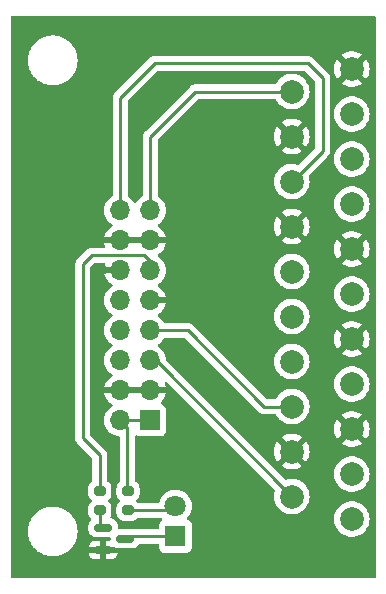
<source format=gbr>
%TF.GenerationSoftware,KiCad,Pcbnew,7.0.8*%
%TF.CreationDate,2024-02-25T14:43:20-05:00*%
%TF.ProjectId,scart breakout,73636172-7420-4627-9265-616b6f75742e,rev?*%
%TF.SameCoordinates,Original*%
%TF.FileFunction,Copper,L1,Top*%
%TF.FilePolarity,Positive*%
%FSLAX46Y46*%
G04 Gerber Fmt 4.6, Leading zero omitted, Abs format (unit mm)*
G04 Created by KiCad (PCBNEW 7.0.8) date 2024-02-25 14:43:20*
%MOMM*%
%LPD*%
G01*
G04 APERTURE LIST*
G04 Aperture macros list*
%AMRoundRect*
0 Rectangle with rounded corners*
0 $1 Rounding radius*
0 $2 $3 $4 $5 $6 $7 $8 $9 X,Y pos of 4 corners*
0 Add a 4 corners polygon primitive as box body*
4,1,4,$2,$3,$4,$5,$6,$7,$8,$9,$2,$3,0*
0 Add four circle primitives for the rounded corners*
1,1,$1+$1,$2,$3*
1,1,$1+$1,$4,$5*
1,1,$1+$1,$6,$7*
1,1,$1+$1,$8,$9*
0 Add four rect primitives between the rounded corners*
20,1,$1+$1,$2,$3,$4,$5,0*
20,1,$1+$1,$4,$5,$6,$7,0*
20,1,$1+$1,$6,$7,$8,$9,0*
20,1,$1+$1,$8,$9,$2,$3,0*%
G04 Aperture macros list end*
%TA.AperFunction,ComponentPad*%
%ADD10C,1.998980*%
%TD*%
%TA.AperFunction,SMDPad,CuDef*%
%ADD11RoundRect,0.200000X-0.275000X0.200000X-0.275000X-0.200000X0.275000X-0.200000X0.275000X0.200000X0*%
%TD*%
%TA.AperFunction,ComponentPad*%
%ADD12R,1.700000X1.700000*%
%TD*%
%TA.AperFunction,ComponentPad*%
%ADD13O,1.700000X1.700000*%
%TD*%
%TA.AperFunction,SMDPad,CuDef*%
%ADD14RoundRect,0.150000X-0.587500X-0.150000X0.587500X-0.150000X0.587500X0.150000X-0.587500X0.150000X0*%
%TD*%
%TA.AperFunction,ComponentPad*%
%ADD15R,1.800000X1.800000*%
%TD*%
%TA.AperFunction,ComponentPad*%
%ADD16C,1.800000*%
%TD*%
%TA.AperFunction,SMDPad,CuDef*%
%ADD17RoundRect,0.200000X0.275000X-0.200000X0.275000X0.200000X-0.275000X0.200000X-0.275000X-0.200000X0*%
%TD*%
%TA.AperFunction,ViaPad*%
%ADD18C,0.800000*%
%TD*%
%TA.AperFunction,Conductor*%
%ADD19C,0.250000*%
%TD*%
G04 APERTURE END LIST*
D10*
%TO.P,J1,1,P1*%
%TO.N,unconnected-(J1-P1-Pad1)*%
X48818800Y-54838600D03*
%TO.P,J1,2,P2*%
%TO.N,RIGHT*%
X43738800Y-52933600D03*
%TO.P,J1,3,P3*%
%TO.N,unconnected-(J1-P3-Pad3)*%
X48818800Y-51028600D03*
%TO.P,J1,4,P4*%
%TO.N,GND*%
X43738800Y-49123600D03*
%TO.P,J1,5,P5*%
X48818800Y-47218600D03*
%TO.P,J1,6,P6*%
%TO.N,LEFT*%
X43738800Y-45313600D03*
%TO.P,J1,7,P7*%
%TO.N,BLUE_IN*%
X48818800Y-43408600D03*
%TO.P,J1,8,P8*%
%TO.N,unconnected-(J1-P8-Pad8)*%
X43738800Y-41503600D03*
%TO.P,J1,9,P9*%
%TO.N,GND*%
X48818800Y-39598600D03*
%TO.P,J1,10,P10*%
%TO.N,unconnected-(J1-P10-Pad10)*%
X43738800Y-37693600D03*
%TO.P,J1,11,P11*%
%TO.N,GREEN_IN*%
X48818800Y-35788600D03*
%TO.P,J1,12,P12*%
%TO.N,unconnected-(J1-P12-Pad12)*%
X43738800Y-33883600D03*
%TO.P,J1,13,P13*%
%TO.N,GND*%
X48818800Y-31978600D03*
%TO.P,J1,14,P14*%
X43738800Y-30073600D03*
%TO.P,J1,15,P15*%
%TO.N,RED_IN*%
X48818800Y-28168600D03*
%TO.P,J1,16,P16*%
%TO.N,SCART_BLANKING*%
X43738800Y-26263600D03*
%TO.P,J1,17,P17*%
%TO.N,unconnected-(J1-P17-Pad17)*%
X48818800Y-24358600D03*
%TO.P,J1,18,P18*%
%TO.N,GND*%
X43738800Y-22453600D03*
%TO.P,J1,19,P19*%
%TO.N,unconnected-(J1-P19-Pad19)*%
X48818800Y-20548600D03*
%TO.P,J1,20,P20*%
%TO.N,COMPOSITE*%
X43738800Y-18643600D03*
%TO.P,J1,21,P21*%
%TO.N,GND*%
X48818800Y-16738600D03*
%TD*%
D11*
%TO.P,R2,1*%
%TO.N,+5V*%
X29870400Y-52452000D03*
%TO.P,R2,2*%
%TO.N,Net-(D1-A)*%
X29870400Y-54102000D03*
%TD*%
D12*
%TO.P,J2,1,Pin_1*%
%TO.N,+5V*%
X31750000Y-46482000D03*
D13*
%TO.P,J2,2,Pin_2*%
X29210000Y-46482000D03*
%TO.P,J2,3,Pin_3*%
%TO.N,GND*%
X31750000Y-43942000D03*
%TO.P,J2,4,Pin_4*%
X29210000Y-43942000D03*
%TO.P,J2,5,Pin_5*%
%TO.N,RIGHT*%
X31750000Y-41402000D03*
%TO.P,J2,6,Pin_6*%
%TO.N,RED_IN*%
X29210000Y-41402000D03*
%TO.P,J2,7,Pin_7*%
%TO.N,LEFT*%
X31750000Y-38862000D03*
%TO.P,J2,8,Pin_8*%
%TO.N,GREEN_IN*%
X29210000Y-38862000D03*
%TO.P,J2,9,Pin_9*%
%TO.N,GND*%
X31750000Y-36322000D03*
%TO.P,J2,10,Pin_10*%
%TO.N,BLUE_IN*%
X29210000Y-36322000D03*
%TO.P,J2,11,Pin_11*%
%TO.N,RGB_IN_USE*%
X31750000Y-33782000D03*
%TO.P,J2,12,Pin_12*%
%TO.N,GND*%
X29210000Y-33782000D03*
%TO.P,J2,13,Pin_13*%
X31750000Y-31242000D03*
%TO.P,J2,14,Pin_14*%
X29210000Y-31242000D03*
%TO.P,J2,15,Pin_15*%
%TO.N,COMPOSITE*%
X31750000Y-28702000D03*
%TO.P,J2,16,Pin_16*%
%TO.N,SCART_BLANKING*%
X29210000Y-28702000D03*
%TD*%
D14*
%TO.P,Q1,1,B*%
%TO.N,Net-(Q1-B)*%
X27764500Y-55565000D03*
%TO.P,Q1,2,E*%
%TO.N,GND*%
X27764500Y-57465000D03*
%TO.P,Q1,3,C*%
%TO.N,Net-(D1-K)*%
X29639500Y-56515000D03*
%TD*%
D15*
%TO.P,LED1,1,K*%
%TO.N,Net-(D1-K)*%
X33883600Y-56286400D03*
D16*
%TO.P,LED1,2,A*%
%TO.N,Net-(D1-A)*%
X33883600Y-53746400D03*
%TD*%
D17*
%TO.P,R1,1*%
%TO.N,Net-(Q1-B)*%
X27482800Y-54102000D03*
%TO.P,R1,2*%
%TO.N,RGB_IN_USE*%
X27482800Y-52452000D03*
%TD*%
D18*
%TO.N,GND*%
X27787600Y-33782000D03*
%TD*%
D19*
%TO.N,RIGHT*%
X43738800Y-52933600D02*
X32207200Y-41402000D01*
X32207200Y-41402000D02*
X31750000Y-41402000D01*
%TO.N,LEFT*%
X34925000Y-38862000D02*
X41376600Y-45313600D01*
X31750000Y-38862000D02*
X34925000Y-38862000D01*
X41376600Y-45313600D02*
X44297600Y-45313600D01*
%TO.N,BLUE_IN*%
X48818800Y-43027600D02*
X48818800Y-43408600D01*
%TO.N,GREEN_IN*%
X29718000Y-38862000D02*
X29210000Y-38862000D01*
%TO.N,SCART_BLANKING*%
X29210000Y-19177000D02*
X32131000Y-16256000D01*
X45085000Y-16256000D02*
X46355000Y-17526000D01*
X32131000Y-16256000D02*
X45085000Y-16256000D01*
X46355000Y-17526000D02*
X46355000Y-23647400D01*
X29210000Y-28702000D02*
X29210000Y-19177000D01*
X46355000Y-23647400D02*
X43738800Y-26263600D01*
%TO.N,Net-(D1-K)*%
X29868100Y-56286400D02*
X29639500Y-56515000D01*
X33883600Y-56286400D02*
X29868100Y-56286400D01*
%TO.N,+5V*%
X29210000Y-46482000D02*
X31750000Y-46482000D01*
X29210000Y-46482000D02*
X29819600Y-47091600D01*
X29819600Y-47091600D02*
X29819600Y-52401200D01*
X29819600Y-52401200D02*
X29870400Y-52452000D01*
%TO.N,RGB_IN_USE*%
X31750000Y-33782000D02*
X31750000Y-33020000D01*
X27482800Y-49453800D02*
X26035000Y-48006000D01*
X31242000Y-32512000D02*
X26797000Y-32512000D01*
X26797000Y-32512000D02*
X26035000Y-33274000D01*
X27482800Y-52452000D02*
X27482800Y-49453800D01*
X31750000Y-33020000D02*
X31242000Y-32512000D01*
X26035000Y-33274000D02*
X26035000Y-48006000D01*
%TO.N,Net-(D1-A)*%
X33528000Y-54102000D02*
X33883600Y-53746400D01*
X29870400Y-54102000D02*
X33528000Y-54102000D01*
%TO.N,COMPOSITE*%
X35585400Y-18643600D02*
X31750000Y-22479000D01*
X31750000Y-22479000D02*
X31750000Y-28702000D01*
X43738800Y-18643600D02*
X35585400Y-18643600D01*
%TO.N,Net-(Q1-B)*%
X27482800Y-54102000D02*
X27482800Y-55283300D01*
X27482800Y-55283300D02*
X27764500Y-55565000D01*
%TD*%
%TA.AperFunction,Conductor*%
%TO.N,GND*%
G36*
X27893373Y-33157185D02*
G01*
X27939128Y-33209989D01*
X27949072Y-33279147D01*
X27938716Y-33313904D01*
X27936571Y-33318502D01*
X27936567Y-33318513D01*
X27879364Y-33531999D01*
X27879364Y-33532000D01*
X28776314Y-33532000D01*
X28750507Y-33572156D01*
X28710000Y-33710111D01*
X28710000Y-33853889D01*
X28750507Y-33991844D01*
X28776314Y-34032000D01*
X27879364Y-34032000D01*
X27936567Y-34245486D01*
X27936570Y-34245492D01*
X28036399Y-34459578D01*
X28171894Y-34653082D01*
X28338917Y-34820105D01*
X28524595Y-34950119D01*
X28568219Y-35004696D01*
X28575412Y-35074195D01*
X28543890Y-35136549D01*
X28524595Y-35153269D01*
X28338594Y-35283508D01*
X28171505Y-35450597D01*
X28035965Y-35644169D01*
X28035964Y-35644171D01*
X27936098Y-35858335D01*
X27936094Y-35858344D01*
X27874938Y-36086586D01*
X27874936Y-36086596D01*
X27854341Y-36321999D01*
X27854341Y-36322000D01*
X27874936Y-36557403D01*
X27874938Y-36557413D01*
X27936094Y-36785655D01*
X27936096Y-36785659D01*
X27936097Y-36785663D01*
X28019155Y-36963781D01*
X28035965Y-36999830D01*
X28035967Y-36999834D01*
X28144281Y-37154521D01*
X28171501Y-37193396D01*
X28171506Y-37193402D01*
X28338597Y-37360493D01*
X28338603Y-37360498D01*
X28524158Y-37490425D01*
X28567783Y-37545002D01*
X28574977Y-37614500D01*
X28543454Y-37676855D01*
X28524158Y-37693575D01*
X28338597Y-37823505D01*
X28171505Y-37990597D01*
X28035965Y-38184169D01*
X28035964Y-38184171D01*
X27936098Y-38398335D01*
X27936094Y-38398344D01*
X27874938Y-38626586D01*
X27874936Y-38626596D01*
X27854341Y-38861999D01*
X27854341Y-38862000D01*
X27874936Y-39097403D01*
X27874938Y-39097413D01*
X27936094Y-39325655D01*
X27936096Y-39325659D01*
X27936097Y-39325663D01*
X27940000Y-39334032D01*
X28035965Y-39539830D01*
X28035967Y-39539834D01*
X28144281Y-39694521D01*
X28171501Y-39733396D01*
X28171506Y-39733402D01*
X28338597Y-39900493D01*
X28338603Y-39900498D01*
X28524158Y-40030425D01*
X28567783Y-40085002D01*
X28574977Y-40154500D01*
X28543454Y-40216855D01*
X28524158Y-40233575D01*
X28338597Y-40363505D01*
X28171505Y-40530597D01*
X28035965Y-40724169D01*
X28035964Y-40724171D01*
X27936098Y-40938335D01*
X27936094Y-40938344D01*
X27874938Y-41166586D01*
X27874936Y-41166596D01*
X27854341Y-41401999D01*
X27854341Y-41402000D01*
X27874936Y-41637403D01*
X27874938Y-41637413D01*
X27936094Y-41865655D01*
X27936096Y-41865659D01*
X27936097Y-41865663D01*
X27940000Y-41874032D01*
X28035965Y-42079830D01*
X28035967Y-42079834D01*
X28134087Y-42219963D01*
X28171501Y-42273396D01*
X28171506Y-42273402D01*
X28338597Y-42440493D01*
X28338603Y-42440498D01*
X28524594Y-42570730D01*
X28568219Y-42625307D01*
X28575413Y-42694805D01*
X28543890Y-42757160D01*
X28524595Y-42773880D01*
X28338922Y-42903890D01*
X28338920Y-42903891D01*
X28171891Y-43070920D01*
X28171886Y-43070926D01*
X28036400Y-43264420D01*
X28036399Y-43264422D01*
X27936570Y-43478507D01*
X27936567Y-43478513D01*
X27879364Y-43691999D01*
X27879364Y-43692000D01*
X28776314Y-43692000D01*
X28750507Y-43732156D01*
X28710000Y-43870111D01*
X28710000Y-44013889D01*
X28750507Y-44151844D01*
X28776314Y-44192000D01*
X27879364Y-44192000D01*
X27936567Y-44405486D01*
X27936570Y-44405492D01*
X28036399Y-44619578D01*
X28171894Y-44813082D01*
X28338917Y-44980105D01*
X28524595Y-45110119D01*
X28568219Y-45164696D01*
X28575412Y-45234195D01*
X28543890Y-45296549D01*
X28524595Y-45313269D01*
X28338594Y-45443508D01*
X28171505Y-45610597D01*
X28035965Y-45804169D01*
X28035964Y-45804171D01*
X27936098Y-46018335D01*
X27936094Y-46018344D01*
X27874938Y-46246586D01*
X27874936Y-46246596D01*
X27854341Y-46481999D01*
X27854341Y-46482000D01*
X27874936Y-46717403D01*
X27874938Y-46717413D01*
X27936094Y-46945655D01*
X27936096Y-46945659D01*
X27936097Y-46945663D01*
X27947885Y-46970942D01*
X28035965Y-47159830D01*
X28035967Y-47159834D01*
X28144281Y-47314521D01*
X28171505Y-47353401D01*
X28338599Y-47520495D01*
X28435384Y-47588265D01*
X28532165Y-47656032D01*
X28532167Y-47656033D01*
X28532170Y-47656035D01*
X28746337Y-47755903D01*
X28974592Y-47817063D01*
X29080907Y-47826364D01*
X29145976Y-47851816D01*
X29186955Y-47908407D01*
X29194100Y-47949892D01*
X29194100Y-51611280D01*
X29174415Y-51678319D01*
X29157781Y-51698961D01*
X29039931Y-51816810D01*
X29039930Y-51816811D01*
X28951922Y-51962393D01*
X28901313Y-52124807D01*
X28894900Y-52195386D01*
X28894900Y-52708613D01*
X28901313Y-52779192D01*
X28951922Y-52941606D01*
X29039930Y-53087188D01*
X29142061Y-53189319D01*
X29175546Y-53250642D01*
X29170562Y-53320334D01*
X29142061Y-53364681D01*
X29039931Y-53466810D01*
X29039930Y-53466811D01*
X28951922Y-53612393D01*
X28901313Y-53774807D01*
X28894900Y-53845386D01*
X28894900Y-54358613D01*
X28901313Y-54429192D01*
X28901313Y-54429194D01*
X28901314Y-54429196D01*
X28951922Y-54591606D01*
X29035786Y-54730334D01*
X29039930Y-54737188D01*
X29160211Y-54857469D01*
X29160213Y-54857470D01*
X29160215Y-54857472D01*
X29305794Y-54945478D01*
X29468204Y-54996086D01*
X29538784Y-55002500D01*
X29538787Y-55002500D01*
X30202013Y-55002500D01*
X30202016Y-55002500D01*
X30272596Y-54996086D01*
X30435006Y-54945478D01*
X30580585Y-54857472D01*
X30624803Y-54813254D01*
X30674239Y-54763819D01*
X30735562Y-54730334D01*
X30761920Y-54727500D01*
X32656054Y-54727500D01*
X32723093Y-54747185D01*
X32768848Y-54799989D01*
X32778792Y-54869147D01*
X32749767Y-54932703D01*
X32730365Y-54950766D01*
X32626055Y-55028852D01*
X32626052Y-55028855D01*
X32539806Y-55144064D01*
X32539802Y-55144071D01*
X32489508Y-55278917D01*
X32485784Y-55313562D01*
X32483101Y-55338523D01*
X32483100Y-55338535D01*
X32483100Y-55536900D01*
X32463415Y-55603939D01*
X32410611Y-55649694D01*
X32359100Y-55660900D01*
X29950837Y-55660900D01*
X29935220Y-55659176D01*
X29935193Y-55659462D01*
X29927431Y-55658727D01*
X29858303Y-55660900D01*
X29828750Y-55660900D01*
X29828029Y-55660990D01*
X29821857Y-55661769D01*
X29816045Y-55662226D01*
X29769473Y-55663690D01*
X29769472Y-55663690D01*
X29750229Y-55669281D01*
X29731179Y-55673225D01*
X29711311Y-55675734D01*
X29711309Y-55675735D01*
X29667984Y-55692888D01*
X29662458Y-55694780D01*
X29628267Y-55704714D01*
X29617710Y-55707782D01*
X29617709Y-55707782D01*
X29611540Y-55709575D01*
X29576941Y-55714500D01*
X29126500Y-55714500D01*
X29059461Y-55694815D01*
X29013706Y-55642011D01*
X29002500Y-55590500D01*
X29002500Y-55349304D01*
X28999598Y-55312432D01*
X28999597Y-55312426D01*
X28953745Y-55154606D01*
X28953744Y-55154603D01*
X28953744Y-55154602D01*
X28870081Y-55013135D01*
X28870079Y-55013133D01*
X28870076Y-55013129D01*
X28753870Y-54896923D01*
X28753862Y-54896917D01*
X28655261Y-54838605D01*
X28612398Y-54813256D01*
X28612397Y-54813255D01*
X28612396Y-54813255D01*
X28612395Y-54813254D01*
X28473895Y-54773016D01*
X28415010Y-54735410D01*
X28385804Y-54671937D01*
X28395550Y-54602750D01*
X28400447Y-54593451D01*
X28401273Y-54591613D01*
X28401278Y-54591606D01*
X28451886Y-54429196D01*
X28458300Y-54358616D01*
X28458300Y-53845384D01*
X28451886Y-53774804D01*
X28401278Y-53612394D01*
X28313272Y-53466815D01*
X28313270Y-53466813D01*
X28313269Y-53466811D01*
X28211139Y-53364681D01*
X28177654Y-53303358D01*
X28182638Y-53233666D01*
X28211139Y-53189319D01*
X28313268Y-53087189D01*
X28313269Y-53087188D01*
X28313272Y-53087185D01*
X28401278Y-52941606D01*
X28451886Y-52779196D01*
X28458300Y-52708616D01*
X28458300Y-52195384D01*
X28451886Y-52124804D01*
X28401278Y-51962394D01*
X28313272Y-51816815D01*
X28313270Y-51816813D01*
X28313269Y-51816811D01*
X28192988Y-51696530D01*
X28192986Y-51696529D01*
X28192985Y-51696528D01*
X28168148Y-51681513D01*
X28120962Y-51629984D01*
X28108300Y-51575397D01*
X28108300Y-49536537D01*
X28110024Y-49520923D01*
X28109738Y-49520896D01*
X28110472Y-49513133D01*
X28108300Y-49444002D01*
X28108300Y-49414451D01*
X28108300Y-49414450D01*
X28107429Y-49407559D01*
X28106972Y-49401745D01*
X28105509Y-49355174D01*
X28105509Y-49355172D01*
X28099920Y-49335937D01*
X28095974Y-49316884D01*
X28093464Y-49297008D01*
X28076301Y-49253659D01*
X28074414Y-49248146D01*
X28061417Y-49203410D01*
X28061416Y-49203408D01*
X28051221Y-49186169D01*
X28042660Y-49168693D01*
X28035286Y-49150069D01*
X28035286Y-49150067D01*
X28025274Y-49136288D01*
X28007883Y-49112350D01*
X28004700Y-49107505D01*
X27980970Y-49067379D01*
X27980965Y-49067373D01*
X27966805Y-49053213D01*
X27954170Y-49038420D01*
X27942393Y-49022212D01*
X27906493Y-48992513D01*
X27902181Y-48988590D01*
X26696819Y-47783228D01*
X26663334Y-47721905D01*
X26660500Y-47695547D01*
X26660500Y-33584452D01*
X26680185Y-33517413D01*
X26696819Y-33496771D01*
X27019771Y-33173819D01*
X27081094Y-33140334D01*
X27107452Y-33137500D01*
X27826334Y-33137500D01*
X27893373Y-33157185D01*
G37*
%TD.AperFunction*%
%TA.AperFunction,Conductor*%
G36*
X31290507Y-43732156D02*
G01*
X31250000Y-43870111D01*
X31250000Y-44013889D01*
X31290507Y-44151844D01*
X31316314Y-44192000D01*
X29643686Y-44192000D01*
X29669493Y-44151844D01*
X29710000Y-44013889D01*
X29710000Y-43870111D01*
X29669493Y-43732156D01*
X29643686Y-43692000D01*
X31316314Y-43692000D01*
X31290507Y-43732156D01*
G37*
%TD.AperFunction*%
%TA.AperFunction,Conductor*%
G36*
X29403039Y-33157185D02*
G01*
X29448794Y-33209989D01*
X29460000Y-33261500D01*
X29460000Y-33346498D01*
X29352315Y-33297320D01*
X29245763Y-33282000D01*
X29174237Y-33282000D01*
X29067685Y-33297320D01*
X28960000Y-33346498D01*
X28960000Y-33261500D01*
X28979685Y-33194461D01*
X29032489Y-33148706D01*
X29084000Y-33137500D01*
X29336000Y-33137500D01*
X29403039Y-33157185D01*
G37*
%TD.AperFunction*%
%TA.AperFunction,Conductor*%
G36*
X29460000Y-31762500D02*
G01*
X29440315Y-31829539D01*
X29387511Y-31875294D01*
X29336000Y-31886500D01*
X29084000Y-31886500D01*
X29016961Y-31866815D01*
X28971206Y-31814011D01*
X28960000Y-31762500D01*
X28960000Y-31677501D01*
X29067685Y-31726680D01*
X29174237Y-31742000D01*
X29245763Y-31742000D01*
X29352315Y-31726680D01*
X29460000Y-31677501D01*
X29460000Y-31762500D01*
G37*
%TD.AperFunction*%
%TA.AperFunction,Conductor*%
G36*
X31290507Y-31032156D02*
G01*
X31250000Y-31170111D01*
X31250000Y-31313889D01*
X31290507Y-31451844D01*
X31316314Y-31492000D01*
X29643686Y-31492000D01*
X29669493Y-31451844D01*
X29710000Y-31313889D01*
X29710000Y-31170111D01*
X29669493Y-31032156D01*
X29643686Y-30992000D01*
X31316314Y-30992000D01*
X31290507Y-31032156D01*
G37*
%TD.AperFunction*%
%TA.AperFunction,Conductor*%
G36*
X50727000Y-12242601D02*
G01*
X50794007Y-12262393D01*
X50839677Y-12315271D01*
X50850800Y-12366601D01*
X50850800Y-59739500D01*
X50831115Y-59806539D01*
X50778311Y-59852294D01*
X50726800Y-59863500D01*
X20063000Y-59863500D01*
X19995961Y-59843815D01*
X19950206Y-59791011D01*
X19939000Y-59739500D01*
X19939000Y-55879999D01*
X21394592Y-55879999D01*
X21402303Y-55992735D01*
X21402448Y-55996968D01*
X21402448Y-56023482D01*
X21406057Y-56049738D01*
X21406489Y-56053948D01*
X21414201Y-56166682D01*
X21437191Y-56277324D01*
X21437910Y-56281494D01*
X21441520Y-56307756D01*
X21448676Y-56333301D01*
X21449678Y-56337411D01*
X21459606Y-56385185D01*
X21472666Y-56448032D01*
X21472667Y-56448036D01*
X21472670Y-56448045D01*
X21510505Y-56554502D01*
X21511787Y-56558538D01*
X21518940Y-56584070D01*
X21529504Y-56608392D01*
X21531057Y-56612330D01*
X21568894Y-56718793D01*
X21620883Y-56819128D01*
X21622700Y-56822951D01*
X21633262Y-56847264D01*
X21647032Y-56869908D01*
X21649107Y-56873599D01*
X21701096Y-56973931D01*
X21701097Y-56973933D01*
X21766254Y-57066242D01*
X21768575Y-57069780D01*
X21782357Y-57092441D01*
X21799089Y-57113008D01*
X21801648Y-57116383D01*
X21866812Y-57208699D01*
X21943945Y-57291289D01*
X21946728Y-57294481D01*
X21963446Y-57315030D01*
X21963451Y-57315036D01*
X21982840Y-57333144D01*
X21985815Y-57336120D01*
X22062947Y-57418708D01*
X22062951Y-57418711D01*
X22062953Y-57418713D01*
X22150601Y-57490020D01*
X22153791Y-57492801D01*
X22173167Y-57510897D01*
X22173170Y-57510899D01*
X22194827Y-57526187D01*
X22198202Y-57528746D01*
X22285846Y-57600050D01*
X22285849Y-57600051D01*
X22285853Y-57600055D01*
X22330496Y-57627203D01*
X22382407Y-57658772D01*
X22385933Y-57661083D01*
X22407598Y-57676376D01*
X22407602Y-57676379D01*
X22415539Y-57680491D01*
X22431142Y-57688576D01*
X22434821Y-57690645D01*
X22531375Y-57749361D01*
X22635042Y-57794390D01*
X22638815Y-57796183D01*
X22662380Y-57808394D01*
X22687394Y-57817284D01*
X22691258Y-57818807D01*
X22769229Y-57852675D01*
X22794934Y-57863841D01*
X22794938Y-57863843D01*
X22794942Y-57863844D01*
X22903774Y-57894337D01*
X22907775Y-57895607D01*
X22932765Y-57904489D01*
X22932767Y-57904489D01*
X22932769Y-57904490D01*
X22939476Y-57905883D01*
X22958733Y-57909885D01*
X22962822Y-57910881D01*
X23071642Y-57941371D01*
X23183597Y-57956759D01*
X23187738Y-57957472D01*
X23213716Y-57962871D01*
X23240202Y-57964682D01*
X23244355Y-57965110D01*
X23334786Y-57977540D01*
X23356321Y-57980500D01*
X23469314Y-57980500D01*
X23473547Y-57980645D01*
X23500000Y-57982454D01*
X23526453Y-57980645D01*
X23530686Y-57980500D01*
X23643678Y-57980500D01*
X23755653Y-57965109D01*
X23759791Y-57964683D01*
X23786284Y-57962871D01*
X23812277Y-57957469D01*
X23816372Y-57956763D01*
X23928358Y-57941371D01*
X24037177Y-57910881D01*
X24041266Y-57909885D01*
X24067235Y-57904489D01*
X24092235Y-57895603D01*
X24096230Y-57894335D01*
X24205058Y-57863844D01*
X24308725Y-57818814D01*
X24312602Y-57817285D01*
X24337620Y-57808394D01*
X24361175Y-57796188D01*
X24364952Y-57794392D01*
X24468625Y-57749361D01*
X24525126Y-57715001D01*
X26529704Y-57715001D01*
X26529899Y-57717486D01*
X26575718Y-57875198D01*
X26659314Y-58016552D01*
X26659321Y-58016561D01*
X26775438Y-58132678D01*
X26775447Y-58132685D01*
X26916803Y-58216282D01*
X26916806Y-58216283D01*
X27074504Y-58262099D01*
X27074510Y-58262100D01*
X27111356Y-58265000D01*
X27514500Y-58265000D01*
X27514500Y-57715000D01*
X28014500Y-57715000D01*
X28014500Y-58265000D01*
X28417644Y-58265000D01*
X28454489Y-58262100D01*
X28454495Y-58262099D01*
X28612193Y-58216283D01*
X28612196Y-58216282D01*
X28753552Y-58132685D01*
X28753561Y-58132678D01*
X28869678Y-58016561D01*
X28869685Y-58016552D01*
X28953281Y-57875198D01*
X28999100Y-57717486D01*
X28999295Y-57715001D01*
X28999295Y-57715000D01*
X28014500Y-57715000D01*
X27514500Y-57715000D01*
X26529705Y-57715000D01*
X26529704Y-57715001D01*
X24525126Y-57715001D01*
X24565223Y-57690617D01*
X24568819Y-57688595D01*
X24592401Y-57676377D01*
X24614087Y-57661068D01*
X24617554Y-57658794D01*
X24714147Y-57600055D01*
X24801835Y-57528715D01*
X24805130Y-57526216D01*
X24826833Y-57510897D01*
X24846254Y-57492759D01*
X24849362Y-57490049D01*
X24937053Y-57418708D01*
X25014212Y-57336090D01*
X25017159Y-57333144D01*
X25036549Y-57315036D01*
X25053288Y-57294460D01*
X25056054Y-57291289D01*
X25127305Y-57214998D01*
X26529704Y-57214998D01*
X26529705Y-57215000D01*
X27514500Y-57215000D01*
X27514500Y-56665000D01*
X27111356Y-56665000D01*
X27074510Y-56667899D01*
X27074504Y-56667900D01*
X26916806Y-56713716D01*
X26916803Y-56713717D01*
X26775447Y-56797314D01*
X26775438Y-56797321D01*
X26659321Y-56913438D01*
X26659314Y-56913447D01*
X26575718Y-57054801D01*
X26529899Y-57212513D01*
X26529704Y-57214998D01*
X25127305Y-57214998D01*
X25133189Y-57208698D01*
X25198372Y-57116352D01*
X25200878Y-57113047D01*
X25217641Y-57092444D01*
X25231424Y-57069779D01*
X25233730Y-57066262D01*
X25298901Y-56973936D01*
X25350899Y-56873584D01*
X25352944Y-56869945D01*
X25366737Y-56847265D01*
X25377302Y-56822940D01*
X25379112Y-56819136D01*
X25390416Y-56797321D01*
X25431104Y-56718797D01*
X25468954Y-56612295D01*
X25470495Y-56608392D01*
X25481060Y-56584069D01*
X25488223Y-56558501D01*
X25489487Y-56554521D01*
X25527334Y-56448032D01*
X25545087Y-56362598D01*
X25550326Y-56337390D01*
X25551322Y-56333300D01*
X25558479Y-56307757D01*
X25562092Y-56281466D01*
X25562807Y-56277324D01*
X25585798Y-56166686D01*
X25593510Y-56053932D01*
X25593938Y-56049770D01*
X25597552Y-56023477D01*
X25598176Y-55986867D01*
X25598308Y-55983796D01*
X25605408Y-55880000D01*
X25598308Y-55776207D01*
X25598176Y-55773129D01*
X25597552Y-55736523D01*
X25597552Y-55736518D01*
X25593942Y-55710260D01*
X25593938Y-55710235D01*
X25593509Y-55706050D01*
X25585798Y-55593314D01*
X25562805Y-55482666D01*
X25562095Y-55478555D01*
X25558744Y-55454174D01*
X25558479Y-55452242D01*
X25556526Y-55445272D01*
X25551317Y-55426681D01*
X25550329Y-55422628D01*
X25527334Y-55311968D01*
X25489490Y-55205485D01*
X25488217Y-55201476D01*
X25481060Y-55175931D01*
X25481059Y-55175928D01*
X25470494Y-55151604D01*
X25468940Y-55147664D01*
X25467663Y-55144071D01*
X25431104Y-55041203D01*
X25379116Y-54940871D01*
X25377298Y-54937048D01*
X25374808Y-54931316D01*
X25366737Y-54912735D01*
X25352956Y-54890073D01*
X25350893Y-54886405D01*
X25298901Y-54786064D01*
X25246983Y-54712512D01*
X25233730Y-54693736D01*
X25231420Y-54690216D01*
X25217641Y-54667556D01*
X25200896Y-54646973D01*
X25198356Y-54643623D01*
X25133187Y-54551299D01*
X25092650Y-54507895D01*
X25056050Y-54468707D01*
X25053277Y-54465526D01*
X25036548Y-54444963D01*
X25019661Y-54429192D01*
X25017174Y-54426869D01*
X25014189Y-54423883D01*
X24937060Y-54341299D01*
X24937056Y-54341295D01*
X24937053Y-54341292D01*
X24937046Y-54341286D01*
X24849398Y-54269979D01*
X24846206Y-54267196D01*
X24826839Y-54249108D01*
X24826837Y-54249107D01*
X24826838Y-54249107D01*
X24826833Y-54249103D01*
X24813388Y-54239612D01*
X24805173Y-54233813D01*
X24801801Y-54231256D01*
X24714153Y-54159949D01*
X24714138Y-54159939D01*
X24617600Y-54101232D01*
X24614061Y-54098911D01*
X24592402Y-54083623D01*
X24568866Y-54071427D01*
X24565177Y-54069353D01*
X24468623Y-54010637D01*
X24364979Y-53965619D01*
X24361157Y-53963801D01*
X24347268Y-53956605D01*
X24337620Y-53951606D01*
X24337616Y-53951604D01*
X24337613Y-53951603D01*
X24312642Y-53942728D01*
X24308703Y-53941175D01*
X24246436Y-53914129D01*
X24205058Y-53896156D01*
X24205054Y-53896155D01*
X24205050Y-53896153D01*
X24096245Y-53865667D01*
X24092212Y-53864387D01*
X24067239Y-53855512D01*
X24067236Y-53855511D01*
X24067235Y-53855511D01*
X24062103Y-53854444D01*
X24041276Y-53850116D01*
X24037164Y-53849114D01*
X23928362Y-53818629D01*
X23816408Y-53803241D01*
X23812236Y-53802521D01*
X23786285Y-53797129D01*
X23759830Y-53795318D01*
X23755620Y-53794885D01*
X23643680Y-53779500D01*
X23643678Y-53779500D01*
X23530672Y-53779500D01*
X23526440Y-53779355D01*
X23500000Y-53777547D01*
X23473560Y-53779355D01*
X23469328Y-53779500D01*
X23356320Y-53779500D01*
X23244380Y-53794885D01*
X23240170Y-53795318D01*
X23213716Y-53797128D01*
X23187762Y-53802521D01*
X23183593Y-53803240D01*
X23083789Y-53816959D01*
X23071642Y-53818629D01*
X23071640Y-53818629D01*
X23071636Y-53818630D01*
X22962837Y-53849113D01*
X22958727Y-53850115D01*
X22932761Y-53855511D01*
X22907783Y-53864388D01*
X22903749Y-53865669D01*
X22810095Y-53891910D01*
X22794942Y-53896156D01*
X22794940Y-53896156D01*
X22794939Y-53896157D01*
X22691304Y-53941172D01*
X22687367Y-53942725D01*
X22662377Y-53951607D01*
X22638840Y-53963802D01*
X22635020Y-53965619D01*
X22531368Y-54010642D01*
X22434828Y-54069350D01*
X22431140Y-54071424D01*
X22407601Y-54083621D01*
X22385943Y-54098907D01*
X22382406Y-54101228D01*
X22285855Y-54159943D01*
X22285849Y-54159947D01*
X22198200Y-54231253D01*
X22194831Y-54233808D01*
X22173171Y-54249099D01*
X22153789Y-54267199D01*
X22150601Y-54269979D01*
X22062955Y-54341284D01*
X22062939Y-54341299D01*
X21985815Y-54423878D01*
X21982823Y-54426871D01*
X21963453Y-54444960D01*
X21946715Y-54465533D01*
X21943935Y-54468721D01*
X21866811Y-54551301D01*
X21801646Y-54643618D01*
X21799089Y-54646991D01*
X21782363Y-54667549D01*
X21768581Y-54690211D01*
X21766261Y-54693747D01*
X21701099Y-54786061D01*
X21649114Y-54886387D01*
X21647042Y-54890073D01*
X21633266Y-54912730D01*
X21633261Y-54912738D01*
X21622700Y-54937049D01*
X21620883Y-54940868D01*
X21568896Y-55041199D01*
X21568895Y-55041202D01*
X21531053Y-55147679D01*
X21529501Y-55151616D01*
X21518938Y-55175935D01*
X21511788Y-55201452D01*
X21510508Y-55205485D01*
X21472669Y-55311957D01*
X21472666Y-55311968D01*
X21449677Y-55422592D01*
X21448676Y-55426701D01*
X21441523Y-55452235D01*
X21441519Y-55452253D01*
X21437910Y-55478506D01*
X21437191Y-55482676D01*
X21414201Y-55593317D01*
X21406489Y-55706050D01*
X21406057Y-55710260D01*
X21402448Y-55736524D01*
X21402448Y-55763030D01*
X21402303Y-55767263D01*
X21394592Y-55879999D01*
X19939000Y-55879999D01*
X19939000Y-33254196D01*
X25404840Y-33254196D01*
X25407199Y-33279147D01*
X25409225Y-33300583D01*
X25409500Y-33306421D01*
X25409500Y-47923255D01*
X25407775Y-47938872D01*
X25408061Y-47938899D01*
X25407326Y-47946665D01*
X25409500Y-48015814D01*
X25409500Y-48045343D01*
X25409501Y-48045360D01*
X25410368Y-48052231D01*
X25410826Y-48058050D01*
X25412290Y-48104624D01*
X25412291Y-48104627D01*
X25417880Y-48123867D01*
X25421824Y-48142911D01*
X25424336Y-48162791D01*
X25441490Y-48206119D01*
X25443382Y-48211647D01*
X25456381Y-48256388D01*
X25466580Y-48273634D01*
X25475138Y-48291103D01*
X25482514Y-48309732D01*
X25509898Y-48347423D01*
X25513106Y-48352307D01*
X25536827Y-48392416D01*
X25536833Y-48392424D01*
X25550990Y-48406580D01*
X25563628Y-48421376D01*
X25575405Y-48437586D01*
X25575406Y-48437587D01*
X25611309Y-48467288D01*
X25615620Y-48471210D01*
X26251892Y-49107482D01*
X26820981Y-49676571D01*
X26854466Y-49737894D01*
X26857300Y-49764252D01*
X26857300Y-51575397D01*
X26837615Y-51642436D01*
X26797452Y-51681513D01*
X26772613Y-51696529D01*
X26772611Y-51696530D01*
X26652330Y-51816811D01*
X26564322Y-51962393D01*
X26513713Y-52124807D01*
X26507300Y-52195386D01*
X26507300Y-52708613D01*
X26513713Y-52779192D01*
X26564322Y-52941606D01*
X26652330Y-53087188D01*
X26754461Y-53189319D01*
X26787946Y-53250642D01*
X26782962Y-53320334D01*
X26754461Y-53364681D01*
X26652331Y-53466810D01*
X26652330Y-53466811D01*
X26564322Y-53612393D01*
X26513713Y-53774807D01*
X26507300Y-53845386D01*
X26507300Y-54358613D01*
X26513713Y-54429192D01*
X26513713Y-54429194D01*
X26513714Y-54429196D01*
X26564322Y-54591606D01*
X26648186Y-54730334D01*
X26652330Y-54737188D01*
X26705916Y-54790774D01*
X26739401Y-54852097D01*
X26734417Y-54921789D01*
X26705917Y-54966135D01*
X26658924Y-55013128D01*
X26658917Y-55013137D01*
X26575255Y-55154603D01*
X26575254Y-55154606D01*
X26529402Y-55312426D01*
X26529401Y-55312432D01*
X26526500Y-55349304D01*
X26526500Y-55780696D01*
X26529401Y-55817567D01*
X26529402Y-55817573D01*
X26575254Y-55975393D01*
X26575255Y-55975396D01*
X26575256Y-55975398D01*
X26603690Y-56023477D01*
X26658917Y-56116862D01*
X26658923Y-56116870D01*
X26775129Y-56233076D01*
X26775133Y-56233079D01*
X26775135Y-56233081D01*
X26916602Y-56316744D01*
X26958224Y-56328836D01*
X27074426Y-56362597D01*
X27074429Y-56362597D01*
X27074431Y-56362598D01*
X27086722Y-56363565D01*
X27111304Y-56365500D01*
X27111306Y-56365500D01*
X28277500Y-56365500D01*
X28344539Y-56385185D01*
X28390294Y-56437989D01*
X28401500Y-56489500D01*
X28401500Y-56541000D01*
X28381815Y-56608039D01*
X28329011Y-56653794D01*
X28277500Y-56665000D01*
X28014500Y-56665000D01*
X28014500Y-57215000D01*
X28670185Y-57215000D01*
X28733306Y-57232268D01*
X28791602Y-57266744D01*
X28833224Y-57278836D01*
X28949426Y-57312597D01*
X28949429Y-57312597D01*
X28949431Y-57312598D01*
X28961722Y-57313565D01*
X28986304Y-57315500D01*
X28986306Y-57315500D01*
X30292696Y-57315500D01*
X30311131Y-57314049D01*
X30329569Y-57312598D01*
X30329571Y-57312597D01*
X30329573Y-57312597D01*
X30371191Y-57300505D01*
X30487398Y-57266744D01*
X30628865Y-57183081D01*
X30745081Y-57066865D01*
X30800723Y-56972778D01*
X30851792Y-56925096D01*
X30907455Y-56911900D01*
X32359101Y-56911900D01*
X32426140Y-56931585D01*
X32471895Y-56984389D01*
X32483101Y-57035900D01*
X32483101Y-57234276D01*
X32489508Y-57293883D01*
X32539802Y-57428728D01*
X32539806Y-57428735D01*
X32626052Y-57543944D01*
X32626055Y-57543947D01*
X32741264Y-57630193D01*
X32741271Y-57630197D01*
X32876117Y-57680491D01*
X32876116Y-57680491D01*
X32883044Y-57681235D01*
X32935727Y-57686900D01*
X34831472Y-57686899D01*
X34891083Y-57680491D01*
X35025931Y-57630196D01*
X35141146Y-57543946D01*
X35227396Y-57428731D01*
X35277691Y-57293883D01*
X35284100Y-57234273D01*
X35284099Y-55338528D01*
X35277691Y-55278917D01*
X35248807Y-55201476D01*
X35227397Y-55144071D01*
X35227393Y-55144064D01*
X35141147Y-55028855D01*
X35141144Y-55028852D01*
X35025935Y-54942606D01*
X35025928Y-54942602D01*
X34945694Y-54912677D01*
X34889760Y-54870806D01*
X34877750Y-54838605D01*
X47313669Y-54838605D01*
X47334196Y-55086332D01*
X47395221Y-55327315D01*
X47495076Y-55554962D01*
X47631040Y-55763072D01*
X47799399Y-55945957D01*
X47799409Y-55945966D01*
X47938144Y-56053948D01*
X47995571Y-56098645D01*
X48214196Y-56216959D01*
X48214199Y-56216960D01*
X48449308Y-56297673D01*
X48449310Y-56297673D01*
X48449312Y-56297674D01*
X48694507Y-56338590D01*
X48694508Y-56338590D01*
X48943092Y-56338590D01*
X48943093Y-56338590D01*
X49188288Y-56297674D01*
X49423404Y-56216959D01*
X49642029Y-56098645D01*
X49838197Y-55945961D01*
X50006560Y-55763071D01*
X50142523Y-55554963D01*
X50242379Y-55327315D01*
X50303403Y-55086336D01*
X50315773Y-54937048D01*
X50323931Y-54838605D01*
X50323931Y-54838594D01*
X50307774Y-54643618D01*
X50303403Y-54590864D01*
X50242379Y-54349885D01*
X50142523Y-54122237D01*
X50089423Y-54040961D01*
X50006559Y-53914127D01*
X49838200Y-53731242D01*
X49838190Y-53731233D01*
X49642033Y-53578558D01*
X49642028Y-53578554D01*
X49423405Y-53460241D01*
X49423400Y-53460239D01*
X49188291Y-53379526D01*
X48990543Y-53346528D01*
X48943093Y-53338610D01*
X48694507Y-53338610D01*
X48647057Y-53346528D01*
X48449308Y-53379526D01*
X48214199Y-53460239D01*
X48214194Y-53460241D01*
X47995571Y-53578554D01*
X47995566Y-53578558D01*
X47799409Y-53731233D01*
X47799399Y-53731242D01*
X47631040Y-53914127D01*
X47495076Y-54122237D01*
X47395221Y-54349884D01*
X47334196Y-54590867D01*
X47313669Y-54838594D01*
X47313669Y-54838605D01*
X34877750Y-54838605D01*
X34865343Y-54805341D01*
X34880195Y-54737068D01*
X34897790Y-54712521D01*
X34992579Y-54609553D01*
X35119524Y-54415249D01*
X35212757Y-54202700D01*
X35269734Y-53977705D01*
X35269735Y-53977697D01*
X35288900Y-53746406D01*
X35288900Y-53746393D01*
X35269735Y-53515102D01*
X35269733Y-53515091D01*
X35212757Y-53290099D01*
X35119524Y-53077551D01*
X34992583Y-52883252D01*
X34992580Y-52883249D01*
X34992579Y-52883247D01*
X34835384Y-52712487D01*
X34835379Y-52712483D01*
X34835377Y-52712481D01*
X34652234Y-52569935D01*
X34652228Y-52569931D01*
X34448104Y-52459464D01*
X34448095Y-52459461D01*
X34228584Y-52384102D01*
X34053877Y-52354949D01*
X33999649Y-52345900D01*
X33767551Y-52345900D01*
X33721764Y-52353540D01*
X33538615Y-52384102D01*
X33319104Y-52459461D01*
X33319095Y-52459464D01*
X33114971Y-52569931D01*
X33114965Y-52569935D01*
X32931822Y-52712481D01*
X32931819Y-52712484D01*
X32774616Y-52883252D01*
X32647675Y-53077551D01*
X32554443Y-53290099D01*
X32546787Y-53320334D01*
X32531798Y-53379526D01*
X32530933Y-53382940D01*
X32495394Y-53443096D01*
X32432973Y-53474488D01*
X32410727Y-53476500D01*
X30761920Y-53476500D01*
X30694881Y-53456815D01*
X30674239Y-53440181D01*
X30598739Y-53364681D01*
X30565254Y-53303358D01*
X30570238Y-53233666D01*
X30598739Y-53189319D01*
X30700868Y-53087189D01*
X30700869Y-53087188D01*
X30700872Y-53087185D01*
X30788878Y-52941606D01*
X30839486Y-52779196D01*
X30845900Y-52708616D01*
X30845900Y-52195384D01*
X30839486Y-52124804D01*
X30788878Y-51962394D01*
X30700872Y-51816815D01*
X30700870Y-51816813D01*
X30700869Y-51816811D01*
X30580588Y-51696530D01*
X30555747Y-51681513D01*
X30504949Y-51650804D01*
X30457762Y-51599277D01*
X30445100Y-51544688D01*
X30445100Y-47864389D01*
X30464785Y-47797350D01*
X30517589Y-47751595D01*
X30586747Y-47741651D01*
X30643412Y-47765123D01*
X30657668Y-47775795D01*
X30657671Y-47775797D01*
X30792517Y-47826091D01*
X30792516Y-47826091D01*
X30795056Y-47826364D01*
X30852127Y-47832500D01*
X32647872Y-47832499D01*
X32707483Y-47826091D01*
X32842331Y-47775796D01*
X32957546Y-47689546D01*
X33043796Y-47574331D01*
X33094091Y-47439483D01*
X33100500Y-47379873D01*
X33100499Y-45584128D01*
X33094091Y-45524517D01*
X33092810Y-45521083D01*
X33043797Y-45389671D01*
X33043793Y-45389664D01*
X32957547Y-45274455D01*
X32957544Y-45274452D01*
X32842335Y-45188206D01*
X32842328Y-45188202D01*
X32710401Y-45138997D01*
X32654467Y-45097126D01*
X32630050Y-45031662D01*
X32644902Y-44963389D01*
X32666053Y-44935133D01*
X32788108Y-44813078D01*
X32923600Y-44619578D01*
X33023429Y-44405492D01*
X33023432Y-44405486D01*
X33080636Y-44192000D01*
X32183686Y-44192000D01*
X32209493Y-44151844D01*
X32250000Y-44013889D01*
X32250000Y-43870111D01*
X32209493Y-43732156D01*
X32183686Y-43692000D01*
X33080636Y-43692000D01*
X33080635Y-43691999D01*
X33023432Y-43478513D01*
X33023430Y-43478507D01*
X32992378Y-43411917D01*
X32981886Y-43342840D01*
X33010405Y-43279056D01*
X33068882Y-43240816D01*
X33138749Y-43240261D01*
X33192440Y-43271830D01*
X37737671Y-47817062D01*
X42275558Y-52354949D01*
X42309043Y-52416272D01*
X42308083Y-52473070D01*
X42254196Y-52685867D01*
X42233669Y-52933594D01*
X42233669Y-52933605D01*
X42254196Y-53181332D01*
X42315221Y-53422315D01*
X42415076Y-53649962D01*
X42551040Y-53858072D01*
X42719399Y-54040957D01*
X42719409Y-54040966D01*
X42915566Y-54193641D01*
X42915571Y-54193645D01*
X43000510Y-54239612D01*
X43134196Y-54311959D01*
X43134199Y-54311960D01*
X43369308Y-54392673D01*
X43369310Y-54392673D01*
X43369312Y-54392674D01*
X43614507Y-54433590D01*
X43614508Y-54433590D01*
X43863092Y-54433590D01*
X43863093Y-54433590D01*
X44108288Y-54392674D01*
X44343404Y-54311959D01*
X44562029Y-54193645D01*
X44758197Y-54040961D01*
X44926560Y-53858071D01*
X45062523Y-53649963D01*
X45162379Y-53422315D01*
X45223403Y-53181336D01*
X45243931Y-52933600D01*
X45223403Y-52685864D01*
X45162379Y-52444885D01*
X45062523Y-52217237D01*
X45009423Y-52135961D01*
X44926559Y-52009127D01*
X44758200Y-51826242D01*
X44758190Y-51826233D01*
X44562033Y-51673558D01*
X44562028Y-51673554D01*
X44343405Y-51555241D01*
X44343400Y-51555239D01*
X44108291Y-51474526D01*
X43924391Y-51443839D01*
X43863093Y-51433610D01*
X43614507Y-51433610D01*
X43553208Y-51443839D01*
X43369309Y-51474526D01*
X43289914Y-51501782D01*
X43220116Y-51504931D01*
X43161972Y-51472181D01*
X42718396Y-51028605D01*
X47313669Y-51028605D01*
X47334196Y-51276332D01*
X47395221Y-51517315D01*
X47495076Y-51744962D01*
X47631040Y-51953072D01*
X47799399Y-52135957D01*
X47799409Y-52135966D01*
X47875752Y-52195386D01*
X47995571Y-52288645D01*
X48214196Y-52406959D01*
X48214199Y-52406960D01*
X48449308Y-52487673D01*
X48449310Y-52487673D01*
X48449312Y-52487674D01*
X48694507Y-52528590D01*
X48694508Y-52528590D01*
X48943092Y-52528590D01*
X48943093Y-52528590D01*
X49188288Y-52487674D01*
X49423404Y-52406959D01*
X49642029Y-52288645D01*
X49838197Y-52135961D01*
X50006560Y-51953071D01*
X50142523Y-51744963D01*
X50242379Y-51517315D01*
X50303403Y-51276336D01*
X50323931Y-51028600D01*
X50303403Y-50780864D01*
X50242379Y-50539885D01*
X50142523Y-50312237D01*
X50006560Y-50104129D01*
X50006559Y-50104127D01*
X49838200Y-49921242D01*
X49838190Y-49921233D01*
X49642033Y-49768558D01*
X49642028Y-49768554D01*
X49423405Y-49650241D01*
X49423400Y-49650239D01*
X49188291Y-49569526D01*
X49004391Y-49538839D01*
X48943093Y-49528610D01*
X48694507Y-49528610D01*
X48647003Y-49536537D01*
X48449308Y-49569526D01*
X48214199Y-49650239D01*
X48214194Y-49650241D01*
X47995571Y-49768554D01*
X47995566Y-49768558D01*
X47799409Y-49921233D01*
X47799399Y-49921242D01*
X47631040Y-50104127D01*
X47495076Y-50312237D01*
X47395221Y-50539884D01*
X47334196Y-50780867D01*
X47313669Y-51028594D01*
X47313669Y-51028605D01*
X42718396Y-51028605D01*
X40813396Y-49123605D01*
X42234171Y-49123605D01*
X42254690Y-49371246D01*
X42254692Y-49371257D01*
X42315695Y-49612150D01*
X42415516Y-49839720D01*
X42515732Y-49993112D01*
X43176454Y-49332390D01*
X43215190Y-49425906D01*
X43311274Y-49551126D01*
X43436494Y-49647210D01*
X43530008Y-49685944D01*
X42869107Y-50346845D01*
X42869107Y-50346846D01*
X42915844Y-50383223D01*
X43134395Y-50501498D01*
X43134404Y-50501501D01*
X43369432Y-50582187D01*
X43614549Y-50623090D01*
X43863051Y-50623090D01*
X44108167Y-50582187D01*
X44343195Y-50501501D01*
X44343203Y-50501498D01*
X44561757Y-50383222D01*
X44608491Y-50346845D01*
X44608492Y-50346844D01*
X43947592Y-49685944D01*
X44041106Y-49647210D01*
X44166326Y-49551126D01*
X44262410Y-49425907D01*
X44301144Y-49332391D01*
X44961866Y-49993113D01*
X45062081Y-49839725D01*
X45161904Y-49612150D01*
X45222907Y-49371257D01*
X45222909Y-49371246D01*
X45243429Y-49123605D01*
X45243429Y-49123594D01*
X45222909Y-48875953D01*
X45222907Y-48875942D01*
X45161904Y-48635049D01*
X45062083Y-48407479D01*
X44961866Y-48254085D01*
X44301144Y-48914807D01*
X44262410Y-48821294D01*
X44166326Y-48696074D01*
X44041106Y-48599990D01*
X43947591Y-48561254D01*
X44608491Y-47900353D01*
X44561752Y-47863974D01*
X44343204Y-47745701D01*
X44343195Y-47745698D01*
X44108167Y-47665012D01*
X43863051Y-47624110D01*
X43614549Y-47624110D01*
X43369432Y-47665012D01*
X43134404Y-47745698D01*
X43134395Y-47745701D01*
X42915844Y-47863976D01*
X42869107Y-47900352D01*
X42869107Y-47900353D01*
X43530008Y-48561254D01*
X43436494Y-48599990D01*
X43311274Y-48696074D01*
X43215190Y-48821293D01*
X43176454Y-48914808D01*
X42515731Y-48254085D01*
X42415517Y-48407476D01*
X42315695Y-48635049D01*
X42254692Y-48875942D01*
X42254690Y-48875953D01*
X42234171Y-49123594D01*
X42234171Y-49123605D01*
X40813396Y-49123605D01*
X38908396Y-47218605D01*
X47314171Y-47218605D01*
X47334690Y-47466246D01*
X47334692Y-47466257D01*
X47395695Y-47707150D01*
X47495516Y-47934720D01*
X47595732Y-48088112D01*
X48256454Y-47427390D01*
X48295190Y-47520906D01*
X48391274Y-47646126D01*
X48516494Y-47742210D01*
X48610008Y-47780944D01*
X47949107Y-48441845D01*
X47949107Y-48441846D01*
X47995844Y-48478223D01*
X48214395Y-48596498D01*
X48214404Y-48596501D01*
X48449432Y-48677187D01*
X48694549Y-48718090D01*
X48943051Y-48718090D01*
X49188167Y-48677187D01*
X49423195Y-48596501D01*
X49423203Y-48596498D01*
X49641757Y-48478222D01*
X49688491Y-48441845D01*
X49688492Y-48441844D01*
X49027592Y-47780944D01*
X49121106Y-47742210D01*
X49246326Y-47646126D01*
X49342410Y-47520907D01*
X49381144Y-47427391D01*
X50041866Y-48088113D01*
X50142081Y-47934725D01*
X50241904Y-47707150D01*
X50302907Y-47466257D01*
X50302909Y-47466246D01*
X50323429Y-47218605D01*
X50323429Y-47218594D01*
X50302909Y-46970953D01*
X50302907Y-46970942D01*
X50241904Y-46730049D01*
X50142083Y-46502479D01*
X50041866Y-46349085D01*
X49381144Y-47009807D01*
X49342410Y-46916294D01*
X49246326Y-46791074D01*
X49121106Y-46694990D01*
X49027591Y-46656254D01*
X49688491Y-45995353D01*
X49641752Y-45958974D01*
X49423204Y-45840701D01*
X49423195Y-45840698D01*
X49188167Y-45760012D01*
X48943051Y-45719110D01*
X48694549Y-45719110D01*
X48449432Y-45760012D01*
X48214404Y-45840698D01*
X48214395Y-45840701D01*
X47995844Y-45958976D01*
X47949107Y-45995352D01*
X47949107Y-45995353D01*
X48610008Y-46656254D01*
X48516494Y-46694990D01*
X48391274Y-46791074D01*
X48295190Y-46916293D01*
X48256454Y-47009808D01*
X47595731Y-46349085D01*
X47495517Y-46502476D01*
X47395695Y-46730049D01*
X47334692Y-46970942D01*
X47334690Y-46970953D01*
X47314171Y-47218594D01*
X47314171Y-47218605D01*
X38908396Y-47218605D01*
X33138902Y-41449111D01*
X33105417Y-41387788D01*
X33103055Y-41372238D01*
X33085063Y-41166592D01*
X33023903Y-40938337D01*
X32924035Y-40724171D01*
X32918425Y-40716158D01*
X32788494Y-40530597D01*
X32621402Y-40363506D01*
X32621396Y-40363501D01*
X32435842Y-40233575D01*
X32392217Y-40178998D01*
X32385023Y-40109500D01*
X32416546Y-40047145D01*
X32435842Y-40030425D01*
X32474138Y-40003610D01*
X32621401Y-39900495D01*
X32788495Y-39733401D01*
X32923652Y-39540377D01*
X32978229Y-39496752D01*
X33025227Y-39487500D01*
X34614548Y-39487500D01*
X34681587Y-39507185D01*
X34702229Y-39523819D01*
X40875797Y-45697388D01*
X40885622Y-45709651D01*
X40885843Y-45709469D01*
X40890814Y-45715478D01*
X40916817Y-45739895D01*
X40941235Y-45762826D01*
X40962129Y-45783720D01*
X40967611Y-45787973D01*
X40972043Y-45791757D01*
X41006018Y-45823662D01*
X41023576Y-45833314D01*
X41039835Y-45843995D01*
X41055664Y-45856273D01*
X41098438Y-45874782D01*
X41103656Y-45877338D01*
X41144508Y-45899797D01*
X41163916Y-45904780D01*
X41182317Y-45911080D01*
X41200704Y-45919037D01*
X41244088Y-45925908D01*
X41246719Y-45926325D01*
X41252439Y-45927509D01*
X41297581Y-45939100D01*
X41317616Y-45939100D01*
X41337014Y-45940626D01*
X41356794Y-45943759D01*
X41356795Y-45943760D01*
X41356795Y-45943759D01*
X41356796Y-45943760D01*
X41403184Y-45939375D01*
X41409022Y-45939100D01*
X42294207Y-45939100D01*
X42361246Y-45958785D01*
X42407001Y-46011589D01*
X42407762Y-46013289D01*
X42415074Y-46029959D01*
X42551040Y-46238072D01*
X42653236Y-46349085D01*
X42719403Y-46420961D01*
X42915571Y-46573645D01*
X43134196Y-46691959D01*
X43134199Y-46691960D01*
X43369308Y-46772673D01*
X43369310Y-46772673D01*
X43369312Y-46772674D01*
X43614507Y-46813590D01*
X43614508Y-46813590D01*
X43863092Y-46813590D01*
X43863093Y-46813590D01*
X44108288Y-46772674D01*
X44343404Y-46691959D01*
X44562029Y-46573645D01*
X44758197Y-46420961D01*
X44926560Y-46238071D01*
X45062523Y-46029963D01*
X45162379Y-45802315D01*
X45223403Y-45561336D01*
X45243931Y-45313600D01*
X45243464Y-45307965D01*
X45228842Y-45131500D01*
X45223403Y-45065864D01*
X45162379Y-44824885D01*
X45062523Y-44597237D01*
X45009423Y-44515961D01*
X44926559Y-44389127D01*
X44758200Y-44206242D01*
X44758190Y-44206233D01*
X44562033Y-44053558D01*
X44562028Y-44053554D01*
X44343405Y-43935241D01*
X44343400Y-43935239D01*
X44108291Y-43854526D01*
X43924391Y-43823839D01*
X43863093Y-43813610D01*
X43614507Y-43813610D01*
X43565468Y-43821793D01*
X43369308Y-43854526D01*
X43134199Y-43935239D01*
X43134194Y-43935241D01*
X42915571Y-44053554D01*
X42915566Y-44053558D01*
X42719409Y-44206233D01*
X42719399Y-44206242D01*
X42551040Y-44389127D01*
X42415074Y-44597240D01*
X42407762Y-44613911D01*
X42362806Y-44667397D01*
X42296070Y-44688086D01*
X42294207Y-44688100D01*
X41687053Y-44688100D01*
X41620014Y-44668415D01*
X41599372Y-44651781D01*
X40356196Y-43408605D01*
X47313669Y-43408605D01*
X47334196Y-43656332D01*
X47395221Y-43897315D01*
X47495076Y-44124962D01*
X47631040Y-44333072D01*
X47799399Y-44515957D01*
X47799409Y-44515966D01*
X47947085Y-44630907D01*
X47995571Y-44668645D01*
X48214196Y-44786959D01*
X48214199Y-44786960D01*
X48449308Y-44867673D01*
X48449310Y-44867673D01*
X48449312Y-44867674D01*
X48694507Y-44908590D01*
X48694508Y-44908590D01*
X48943092Y-44908590D01*
X48943093Y-44908590D01*
X49188288Y-44867674D01*
X49423404Y-44786959D01*
X49642029Y-44668645D01*
X49838197Y-44515961D01*
X50006560Y-44333071D01*
X50142523Y-44124963D01*
X50242379Y-43897315D01*
X50303403Y-43656336D01*
X50318138Y-43478513D01*
X50323931Y-43408605D01*
X50323931Y-43408594D01*
X50303403Y-43160867D01*
X50303403Y-43160864D01*
X50242379Y-42919885D01*
X50142523Y-42692237D01*
X50089423Y-42610961D01*
X50006559Y-42484127D01*
X49838200Y-42301242D01*
X49838190Y-42301233D01*
X49642033Y-42148558D01*
X49642028Y-42148554D01*
X49423405Y-42030241D01*
X49423400Y-42030239D01*
X49188291Y-41949526D01*
X49004391Y-41918839D01*
X48943093Y-41908610D01*
X48694507Y-41908610D01*
X48645468Y-41916793D01*
X48449308Y-41949526D01*
X48214199Y-42030239D01*
X48214194Y-42030241D01*
X47995571Y-42148554D01*
X47995566Y-42148558D01*
X47799409Y-42301233D01*
X47799399Y-42301242D01*
X47631040Y-42484127D01*
X47495076Y-42692237D01*
X47395221Y-42919884D01*
X47334196Y-43160867D01*
X47313669Y-43408594D01*
X47313669Y-43408605D01*
X40356196Y-43408605D01*
X38451196Y-41503605D01*
X42233669Y-41503605D01*
X42254196Y-41751332D01*
X42315221Y-41992315D01*
X42415076Y-42219962D01*
X42551040Y-42428072D01*
X42719399Y-42610957D01*
X42719409Y-42610966D01*
X42858599Y-42719302D01*
X42915571Y-42763645D01*
X43134196Y-42881959D01*
X43134199Y-42881960D01*
X43369308Y-42962673D01*
X43369310Y-42962673D01*
X43369312Y-42962674D01*
X43614507Y-43003590D01*
X43614508Y-43003590D01*
X43863092Y-43003590D01*
X43863093Y-43003590D01*
X44108288Y-42962674D01*
X44343404Y-42881959D01*
X44562029Y-42763645D01*
X44758197Y-42610961D01*
X44926560Y-42428071D01*
X45062523Y-42219963D01*
X45162379Y-41992315D01*
X45223403Y-41751336D01*
X45243931Y-41503600D01*
X45223403Y-41255864D01*
X45162379Y-41014885D01*
X45062523Y-40787237D01*
X44926560Y-40579129D01*
X44926559Y-40579127D01*
X44758200Y-40396242D01*
X44758190Y-40396233D01*
X44562033Y-40243558D01*
X44562028Y-40243554D01*
X44343405Y-40125241D01*
X44343400Y-40125239D01*
X44108291Y-40044526D01*
X43924391Y-40013839D01*
X43863093Y-40003610D01*
X43614507Y-40003610D01*
X43565468Y-40011793D01*
X43369308Y-40044526D01*
X43134199Y-40125239D01*
X43134194Y-40125241D01*
X42915571Y-40243554D01*
X42915566Y-40243558D01*
X42719409Y-40396233D01*
X42719399Y-40396242D01*
X42551040Y-40579127D01*
X42415076Y-40787237D01*
X42315221Y-41014884D01*
X42254196Y-41255867D01*
X42233669Y-41503594D01*
X42233669Y-41503605D01*
X38451196Y-41503605D01*
X36546196Y-39598605D01*
X47314171Y-39598605D01*
X47334690Y-39846246D01*
X47334692Y-39846257D01*
X47395695Y-40087150D01*
X47495516Y-40314720D01*
X47595732Y-40468112D01*
X48256454Y-39807390D01*
X48295190Y-39900906D01*
X48391274Y-40026126D01*
X48516494Y-40122210D01*
X48610008Y-40160944D01*
X47949107Y-40821845D01*
X47949107Y-40821846D01*
X47995844Y-40858223D01*
X48214395Y-40976498D01*
X48214404Y-40976501D01*
X48449432Y-41057187D01*
X48694549Y-41098090D01*
X48943051Y-41098090D01*
X49188167Y-41057187D01*
X49423195Y-40976501D01*
X49423203Y-40976498D01*
X49641757Y-40858222D01*
X49688491Y-40821845D01*
X49688492Y-40821844D01*
X49027592Y-40160944D01*
X49121106Y-40122210D01*
X49246326Y-40026126D01*
X49342410Y-39900907D01*
X49381144Y-39807391D01*
X50041866Y-40468113D01*
X50142081Y-40314725D01*
X50241904Y-40087150D01*
X50302907Y-39846257D01*
X50302909Y-39846246D01*
X50323429Y-39598605D01*
X50323429Y-39598594D01*
X50302909Y-39350953D01*
X50302907Y-39350942D01*
X50241904Y-39110049D01*
X50142083Y-38882479D01*
X50041866Y-38729085D01*
X49381144Y-39389807D01*
X49342410Y-39296294D01*
X49246326Y-39171074D01*
X49121106Y-39074990D01*
X49027591Y-39036254D01*
X49688491Y-38375353D01*
X49641752Y-38338974D01*
X49423204Y-38220701D01*
X49423195Y-38220698D01*
X49188167Y-38140012D01*
X48943051Y-38099110D01*
X48694549Y-38099110D01*
X48449432Y-38140012D01*
X48214404Y-38220698D01*
X48214395Y-38220701D01*
X47995844Y-38338976D01*
X47949107Y-38375352D01*
X47949107Y-38375353D01*
X48610008Y-39036254D01*
X48516494Y-39074990D01*
X48391274Y-39171074D01*
X48295190Y-39296293D01*
X48256454Y-39389808D01*
X47595731Y-38729085D01*
X47495517Y-38882476D01*
X47395695Y-39110049D01*
X47334692Y-39350942D01*
X47334690Y-39350953D01*
X47314171Y-39598594D01*
X47314171Y-39598605D01*
X36546196Y-39598605D01*
X35425803Y-38478212D01*
X35415980Y-38465950D01*
X35415759Y-38466134D01*
X35410786Y-38460123D01*
X35360364Y-38412773D01*
X35345926Y-38398335D01*
X35339475Y-38391883D01*
X35333986Y-38387625D01*
X35329561Y-38383847D01*
X35295582Y-38351938D01*
X35295580Y-38351936D01*
X35295577Y-38351935D01*
X35278029Y-38342288D01*
X35261763Y-38331604D01*
X35245933Y-38319325D01*
X35203168Y-38300818D01*
X35197922Y-38298248D01*
X35157093Y-38275803D01*
X35157092Y-38275802D01*
X35137693Y-38270822D01*
X35119281Y-38264518D01*
X35100898Y-38256562D01*
X35100892Y-38256560D01*
X35054874Y-38249272D01*
X35049152Y-38248087D01*
X35004021Y-38236500D01*
X35004019Y-38236500D01*
X34983984Y-38236500D01*
X34964586Y-38234973D01*
X34957162Y-38233797D01*
X34944805Y-38231840D01*
X34944804Y-38231840D01*
X34898416Y-38236225D01*
X34892578Y-38236500D01*
X33025227Y-38236500D01*
X32958188Y-38216815D01*
X32923652Y-38183623D01*
X32788494Y-37990597D01*
X32621402Y-37823506D01*
X32621401Y-37823505D01*
X32435885Y-37693605D01*
X42233669Y-37693605D01*
X42254196Y-37941332D01*
X42315221Y-38182315D01*
X42415076Y-38409962D01*
X42551040Y-38618072D01*
X42653236Y-38729085D01*
X42719403Y-38800961D01*
X42915571Y-38953645D01*
X43134196Y-39071959D01*
X43134199Y-39071960D01*
X43369308Y-39152673D01*
X43369310Y-39152673D01*
X43369312Y-39152674D01*
X43614507Y-39193590D01*
X43614508Y-39193590D01*
X43863092Y-39193590D01*
X43863093Y-39193590D01*
X44108288Y-39152674D01*
X44343404Y-39071959D01*
X44562029Y-38953645D01*
X44758197Y-38800961D01*
X44926560Y-38618071D01*
X45062523Y-38409963D01*
X45162379Y-38182315D01*
X45223403Y-37941336D01*
X45243931Y-37693600D01*
X45243464Y-37687965D01*
X45228481Y-37507145D01*
X45223403Y-37445864D01*
X45162379Y-37204885D01*
X45062523Y-36977237D01*
X45009423Y-36895961D01*
X44926559Y-36769127D01*
X44758200Y-36586242D01*
X44758190Y-36586233D01*
X44562033Y-36433558D01*
X44562028Y-36433554D01*
X44343405Y-36315241D01*
X44343400Y-36315239D01*
X44108291Y-36234526D01*
X43877415Y-36196000D01*
X43863093Y-36193610D01*
X43614507Y-36193610D01*
X43600185Y-36196000D01*
X43369308Y-36234526D01*
X43134199Y-36315239D01*
X43134194Y-36315241D01*
X42915571Y-36433554D01*
X42915566Y-36433558D01*
X42719409Y-36586233D01*
X42719399Y-36586242D01*
X42551040Y-36769127D01*
X42415076Y-36977237D01*
X42315221Y-37204884D01*
X42254196Y-37445867D01*
X42233669Y-37693594D01*
X42233669Y-37693605D01*
X32435885Y-37693605D01*
X32435405Y-37693269D01*
X32391781Y-37638692D01*
X32384588Y-37569193D01*
X32416110Y-37506839D01*
X32435405Y-37490119D01*
X32621082Y-37360105D01*
X32788105Y-37193082D01*
X32923600Y-36999578D01*
X33023429Y-36785492D01*
X33023432Y-36785486D01*
X33080636Y-36572000D01*
X32183686Y-36572000D01*
X32209493Y-36531844D01*
X32250000Y-36393889D01*
X32250000Y-36250111D01*
X32209493Y-36112156D01*
X32183686Y-36072000D01*
X33080636Y-36072000D01*
X33080635Y-36071999D01*
X33023432Y-35858513D01*
X33023429Y-35858507D01*
X32990833Y-35788605D01*
X47313669Y-35788605D01*
X47334196Y-36036332D01*
X47395221Y-36277315D01*
X47495076Y-36504962D01*
X47631040Y-36713072D01*
X47799399Y-36895957D01*
X47799403Y-36895961D01*
X47995571Y-37048645D01*
X48214196Y-37166959D01*
X48214199Y-37166960D01*
X48449308Y-37247673D01*
X48449310Y-37247673D01*
X48449312Y-37247674D01*
X48694507Y-37288590D01*
X48694508Y-37288590D01*
X48943092Y-37288590D01*
X48943093Y-37288590D01*
X49188288Y-37247674D01*
X49423404Y-37166959D01*
X49642029Y-37048645D01*
X49838197Y-36895961D01*
X50006560Y-36713071D01*
X50142523Y-36504963D01*
X50242379Y-36277315D01*
X50303403Y-36036336D01*
X50318138Y-35858513D01*
X50323931Y-35788605D01*
X50323931Y-35788594D01*
X50303403Y-35540867D01*
X50303403Y-35540864D01*
X50242379Y-35299885D01*
X50142523Y-35072237D01*
X50089423Y-34990961D01*
X50006559Y-34864127D01*
X49838200Y-34681242D01*
X49838190Y-34681233D01*
X49642033Y-34528558D01*
X49642028Y-34528554D01*
X49423405Y-34410241D01*
X49423400Y-34410239D01*
X49188291Y-34329526D01*
X49004391Y-34298839D01*
X48943093Y-34288610D01*
X48694507Y-34288610D01*
X48645468Y-34296793D01*
X48449308Y-34329526D01*
X48214199Y-34410239D01*
X48214194Y-34410241D01*
X47995571Y-34528554D01*
X47995566Y-34528558D01*
X47799409Y-34681233D01*
X47799399Y-34681242D01*
X47631040Y-34864127D01*
X47495076Y-35072237D01*
X47395221Y-35299884D01*
X47334196Y-35540867D01*
X47313669Y-35788594D01*
X47313669Y-35788605D01*
X32990833Y-35788605D01*
X32923600Y-35644422D01*
X32923599Y-35644420D01*
X32788113Y-35450926D01*
X32788108Y-35450920D01*
X32621078Y-35283890D01*
X32435405Y-35153879D01*
X32391780Y-35099302D01*
X32384588Y-35029804D01*
X32416110Y-34967449D01*
X32435406Y-34950730D01*
X32559088Y-34864127D01*
X32621401Y-34820495D01*
X32788495Y-34653401D01*
X32924035Y-34459830D01*
X33023903Y-34245663D01*
X33085063Y-34017408D01*
X33096770Y-33883605D01*
X42233669Y-33883605D01*
X42254196Y-34131332D01*
X42315221Y-34372315D01*
X42415076Y-34599962D01*
X42551040Y-34808072D01*
X42719399Y-34990957D01*
X42719409Y-34990966D01*
X42858599Y-35099302D01*
X42915571Y-35143645D01*
X43134196Y-35261959D01*
X43134199Y-35261960D01*
X43369308Y-35342673D01*
X43369310Y-35342673D01*
X43369312Y-35342674D01*
X43614507Y-35383590D01*
X43614508Y-35383590D01*
X43863092Y-35383590D01*
X43863093Y-35383590D01*
X44108288Y-35342674D01*
X44343404Y-35261959D01*
X44562029Y-35143645D01*
X44758197Y-34990961D01*
X44926560Y-34808071D01*
X45062523Y-34599963D01*
X45162379Y-34372315D01*
X45223403Y-34131336D01*
X45243931Y-33883600D01*
X45223403Y-33635864D01*
X45162379Y-33394885D01*
X45062523Y-33167237D01*
X45047425Y-33144127D01*
X44926559Y-32959127D01*
X44758200Y-32776242D01*
X44758190Y-32776233D01*
X44562033Y-32623558D01*
X44562028Y-32623554D01*
X44343405Y-32505241D01*
X44343400Y-32505239D01*
X44108291Y-32424526D01*
X43924391Y-32393839D01*
X43863093Y-32383610D01*
X43614507Y-32383610D01*
X43565468Y-32391793D01*
X43369308Y-32424526D01*
X43134199Y-32505239D01*
X43134194Y-32505241D01*
X42915571Y-32623554D01*
X42915566Y-32623558D01*
X42719409Y-32776233D01*
X42719399Y-32776242D01*
X42551040Y-32959127D01*
X42415076Y-33167237D01*
X42315221Y-33394884D01*
X42254196Y-33635867D01*
X42233669Y-33883594D01*
X42233669Y-33883605D01*
X33096770Y-33883605D01*
X33105659Y-33782000D01*
X33085063Y-33546592D01*
X33023903Y-33318337D01*
X32924035Y-33104171D01*
X32919786Y-33098102D01*
X32788494Y-32910597D01*
X32621402Y-32743506D01*
X32621401Y-32743505D01*
X32435405Y-32613269D01*
X32391781Y-32558692D01*
X32384588Y-32489193D01*
X32416110Y-32426839D01*
X32435405Y-32410119D01*
X32621082Y-32280105D01*
X32788105Y-32113082D01*
X32882268Y-31978605D01*
X47314171Y-31978605D01*
X47334690Y-32226246D01*
X47334692Y-32226257D01*
X47395695Y-32467150D01*
X47495516Y-32694720D01*
X47595732Y-32848112D01*
X48256454Y-32187390D01*
X48295190Y-32280906D01*
X48391274Y-32406126D01*
X48516494Y-32502210D01*
X48610008Y-32540944D01*
X47949107Y-33201845D01*
X47949107Y-33201846D01*
X47995844Y-33238223D01*
X48214395Y-33356498D01*
X48214404Y-33356501D01*
X48449432Y-33437187D01*
X48694549Y-33478090D01*
X48943051Y-33478090D01*
X49188167Y-33437187D01*
X49423195Y-33356501D01*
X49423203Y-33356498D01*
X49641757Y-33238222D01*
X49688491Y-33201845D01*
X49688492Y-33201844D01*
X49027592Y-32540944D01*
X49121106Y-32502210D01*
X49246326Y-32406126D01*
X49342410Y-32280907D01*
X49381144Y-32187391D01*
X50041866Y-32848113D01*
X50142081Y-32694725D01*
X50241904Y-32467150D01*
X50302907Y-32226257D01*
X50302909Y-32226246D01*
X50323429Y-31978605D01*
X50323429Y-31978594D01*
X50302909Y-31730953D01*
X50302907Y-31730942D01*
X50241904Y-31490049D01*
X50142083Y-31262479D01*
X50041866Y-31109085D01*
X49381144Y-31769807D01*
X49342410Y-31676294D01*
X49246326Y-31551074D01*
X49121106Y-31454990D01*
X49027591Y-31416254D01*
X49688491Y-30755353D01*
X49641752Y-30718974D01*
X49423204Y-30600701D01*
X49423195Y-30600698D01*
X49188167Y-30520012D01*
X48943051Y-30479110D01*
X48694549Y-30479110D01*
X48449432Y-30520012D01*
X48214404Y-30600698D01*
X48214395Y-30600701D01*
X47995844Y-30718976D01*
X47949107Y-30755352D01*
X47949107Y-30755353D01*
X48610008Y-31416254D01*
X48516494Y-31454990D01*
X48391274Y-31551074D01*
X48295190Y-31676293D01*
X48256454Y-31769808D01*
X47595731Y-31109085D01*
X47495517Y-31262476D01*
X47395695Y-31490049D01*
X47334692Y-31730942D01*
X47334690Y-31730953D01*
X47314171Y-31978594D01*
X47314171Y-31978605D01*
X32882268Y-31978605D01*
X32923600Y-31919578D01*
X33023429Y-31705492D01*
X33023432Y-31705486D01*
X33080636Y-31492000D01*
X32183686Y-31492000D01*
X32209493Y-31451844D01*
X32250000Y-31313889D01*
X32250000Y-31170111D01*
X32209493Y-31032156D01*
X32183686Y-30992000D01*
X33080636Y-30992000D01*
X33080635Y-30991999D01*
X33023432Y-30778513D01*
X33023429Y-30778507D01*
X32923600Y-30564422D01*
X32923599Y-30564420D01*
X32788113Y-30370926D01*
X32788108Y-30370920D01*
X32621078Y-30203890D01*
X32435405Y-30073879D01*
X32435186Y-30073605D01*
X42234171Y-30073605D01*
X42254690Y-30321246D01*
X42254692Y-30321257D01*
X42315695Y-30562150D01*
X42415516Y-30789720D01*
X42515732Y-30943112D01*
X43176454Y-30282390D01*
X43215190Y-30375906D01*
X43311274Y-30501126D01*
X43436494Y-30597210D01*
X43530008Y-30635944D01*
X42869107Y-31296845D01*
X42869107Y-31296846D01*
X42915844Y-31333223D01*
X43134395Y-31451498D01*
X43134404Y-31451501D01*
X43369432Y-31532187D01*
X43614549Y-31573090D01*
X43863051Y-31573090D01*
X44108167Y-31532187D01*
X44343195Y-31451501D01*
X44343203Y-31451498D01*
X44561757Y-31333222D01*
X44608491Y-31296845D01*
X44608492Y-31296844D01*
X43947592Y-30635944D01*
X44041106Y-30597210D01*
X44166326Y-30501126D01*
X44262410Y-30375907D01*
X44301144Y-30282391D01*
X44961866Y-30943113D01*
X45062081Y-30789725D01*
X45161904Y-30562150D01*
X45222907Y-30321257D01*
X45222909Y-30321246D01*
X45243429Y-30073605D01*
X45243429Y-30073594D01*
X45222909Y-29825953D01*
X45222907Y-29825942D01*
X45161904Y-29585049D01*
X45062083Y-29357479D01*
X44961866Y-29204085D01*
X44301144Y-29864807D01*
X44262410Y-29771294D01*
X44166326Y-29646074D01*
X44041106Y-29549990D01*
X43947591Y-29511254D01*
X44608491Y-28850353D01*
X44561752Y-28813974D01*
X44343204Y-28695701D01*
X44343195Y-28695698D01*
X44108167Y-28615012D01*
X43863051Y-28574110D01*
X43614549Y-28574110D01*
X43369432Y-28615012D01*
X43134404Y-28695698D01*
X43134395Y-28695701D01*
X42915844Y-28813976D01*
X42869107Y-28850352D01*
X42869107Y-28850353D01*
X43530008Y-29511254D01*
X43436494Y-29549990D01*
X43311274Y-29646074D01*
X43215190Y-29771293D01*
X43176454Y-29864808D01*
X42515731Y-29204085D01*
X42415517Y-29357476D01*
X42315695Y-29585049D01*
X42254692Y-29825942D01*
X42254690Y-29825953D01*
X42234171Y-30073594D01*
X42234171Y-30073605D01*
X32435186Y-30073605D01*
X32391780Y-30019302D01*
X32384588Y-29949804D01*
X32416110Y-29887449D01*
X32435406Y-29870730D01*
X32499370Y-29825942D01*
X32621401Y-29740495D01*
X32788495Y-29573401D01*
X32924035Y-29379830D01*
X33023903Y-29165663D01*
X33085063Y-28937408D01*
X33105659Y-28702000D01*
X33085063Y-28466592D01*
X33023903Y-28238337D01*
X32991386Y-28168605D01*
X47313669Y-28168605D01*
X47334196Y-28416332D01*
X47395221Y-28657315D01*
X47495076Y-28884962D01*
X47631040Y-29093072D01*
X47705570Y-29174032D01*
X47799403Y-29275961D01*
X47995571Y-29428645D01*
X48214196Y-29546959D01*
X48214199Y-29546960D01*
X48449308Y-29627673D01*
X48449310Y-29627673D01*
X48449312Y-29627674D01*
X48694507Y-29668590D01*
X48694508Y-29668590D01*
X48943092Y-29668590D01*
X48943093Y-29668590D01*
X49188288Y-29627674D01*
X49423404Y-29546959D01*
X49642029Y-29428645D01*
X49838197Y-29275961D01*
X50006560Y-29093071D01*
X50142523Y-28884963D01*
X50242379Y-28657315D01*
X50303403Y-28416336D01*
X50318152Y-28238344D01*
X50323931Y-28168605D01*
X50323931Y-28168594D01*
X50303403Y-27920867D01*
X50303403Y-27920864D01*
X50242379Y-27679885D01*
X50142523Y-27452237D01*
X50089423Y-27370961D01*
X50006559Y-27244127D01*
X49838200Y-27061242D01*
X49838190Y-27061233D01*
X49642033Y-26908558D01*
X49642028Y-26908554D01*
X49423405Y-26790241D01*
X49423400Y-26790239D01*
X49188291Y-26709526D01*
X49004391Y-26678839D01*
X48943093Y-26668610D01*
X48694507Y-26668610D01*
X48645468Y-26676793D01*
X48449308Y-26709526D01*
X48214199Y-26790239D01*
X48214194Y-26790241D01*
X47995571Y-26908554D01*
X47995566Y-26908558D01*
X47799409Y-27061233D01*
X47799399Y-27061242D01*
X47631040Y-27244127D01*
X47495076Y-27452237D01*
X47395221Y-27679884D01*
X47334196Y-27920867D01*
X47313669Y-28168594D01*
X47313669Y-28168605D01*
X32991386Y-28168605D01*
X32924035Y-28024171D01*
X32918425Y-28016158D01*
X32788494Y-27830597D01*
X32621402Y-27663506D01*
X32621401Y-27663505D01*
X32428376Y-27528347D01*
X32384751Y-27473770D01*
X32375500Y-27426772D01*
X32375500Y-22789452D01*
X32395185Y-22722413D01*
X32411819Y-22701771D01*
X32659985Y-22453605D01*
X42234171Y-22453605D01*
X42254690Y-22701246D01*
X42254692Y-22701257D01*
X42315695Y-22942150D01*
X42415516Y-23169720D01*
X42515732Y-23323112D01*
X43176454Y-22662390D01*
X43215190Y-22755906D01*
X43311274Y-22881126D01*
X43436494Y-22977210D01*
X43530008Y-23015944D01*
X42869107Y-23676845D01*
X42869107Y-23676846D01*
X42915844Y-23713223D01*
X43134395Y-23831498D01*
X43134404Y-23831501D01*
X43369432Y-23912187D01*
X43614549Y-23953090D01*
X43863051Y-23953090D01*
X44108167Y-23912187D01*
X44343195Y-23831501D01*
X44343203Y-23831498D01*
X44561757Y-23713222D01*
X44608491Y-23676845D01*
X44608492Y-23676844D01*
X43947592Y-23015944D01*
X44041106Y-22977210D01*
X44166326Y-22881126D01*
X44262410Y-22755907D01*
X44301144Y-22662391D01*
X44961866Y-23323113D01*
X45062081Y-23169725D01*
X45161904Y-22942150D01*
X45222907Y-22701257D01*
X45222909Y-22701246D01*
X45243429Y-22453605D01*
X45243429Y-22453594D01*
X45222909Y-22205953D01*
X45222907Y-22205942D01*
X45161904Y-21965049D01*
X45062083Y-21737479D01*
X44961866Y-21584085D01*
X44301144Y-22244807D01*
X44262410Y-22151294D01*
X44166326Y-22026074D01*
X44041106Y-21929990D01*
X43947591Y-21891254D01*
X44608491Y-21230353D01*
X44561752Y-21193974D01*
X44343204Y-21075701D01*
X44343195Y-21075698D01*
X44108167Y-20995012D01*
X43863051Y-20954110D01*
X43614549Y-20954110D01*
X43369432Y-20995012D01*
X43134404Y-21075698D01*
X43134395Y-21075701D01*
X42915844Y-21193976D01*
X42869107Y-21230352D01*
X42869107Y-21230353D01*
X43530008Y-21891254D01*
X43436494Y-21929990D01*
X43311274Y-22026074D01*
X43215190Y-22151293D01*
X43176454Y-22244808D01*
X42515731Y-21584085D01*
X42415517Y-21737476D01*
X42315695Y-21965049D01*
X42254692Y-22205942D01*
X42254690Y-22205953D01*
X42234171Y-22453594D01*
X42234171Y-22453605D01*
X32659985Y-22453605D01*
X35808171Y-19305419D01*
X35869494Y-19271934D01*
X35895852Y-19269100D01*
X42294207Y-19269100D01*
X42361246Y-19288785D01*
X42407001Y-19341589D01*
X42407762Y-19343289D01*
X42415074Y-19359959D01*
X42551040Y-19568072D01*
X42602643Y-19624127D01*
X42719403Y-19750961D01*
X42915571Y-19903645D01*
X43134196Y-20021959D01*
X43134199Y-20021960D01*
X43369308Y-20102673D01*
X43369310Y-20102673D01*
X43369312Y-20102674D01*
X43614507Y-20143590D01*
X43614508Y-20143590D01*
X43863092Y-20143590D01*
X43863093Y-20143590D01*
X44108288Y-20102674D01*
X44343404Y-20021959D01*
X44562029Y-19903645D01*
X44758197Y-19750961D01*
X44926560Y-19568071D01*
X45062523Y-19359963D01*
X45162379Y-19132315D01*
X45223403Y-18891336D01*
X45243931Y-18643600D01*
X45223403Y-18395864D01*
X45162379Y-18154885D01*
X45062523Y-17927237D01*
X44977030Y-17796379D01*
X44926559Y-17719127D01*
X44758200Y-17536242D01*
X44758190Y-17536233D01*
X44562033Y-17383558D01*
X44562028Y-17383554D01*
X44343405Y-17265241D01*
X44343400Y-17265239D01*
X44108291Y-17184526D01*
X43924391Y-17153839D01*
X43863093Y-17143610D01*
X43614507Y-17143610D01*
X43565468Y-17151793D01*
X43369308Y-17184526D01*
X43134199Y-17265239D01*
X43134194Y-17265241D01*
X42915571Y-17383554D01*
X42915566Y-17383558D01*
X42719409Y-17536233D01*
X42719399Y-17536242D01*
X42551040Y-17719127D01*
X42415074Y-17927240D01*
X42407762Y-17943911D01*
X42362806Y-17997397D01*
X42296070Y-18018086D01*
X42294207Y-18018100D01*
X35668143Y-18018100D01*
X35652522Y-18016375D01*
X35652495Y-18016661D01*
X35644733Y-18015926D01*
X35575572Y-18018100D01*
X35546049Y-18018100D01*
X35539178Y-18018967D01*
X35533359Y-18019425D01*
X35486774Y-18020889D01*
X35486768Y-18020890D01*
X35467526Y-18026480D01*
X35448487Y-18030423D01*
X35428617Y-18032934D01*
X35428603Y-18032937D01*
X35385283Y-18050088D01*
X35379758Y-18051980D01*
X35335013Y-18064980D01*
X35335010Y-18064981D01*
X35317766Y-18075179D01*
X35300305Y-18083733D01*
X35281674Y-18091110D01*
X35281662Y-18091117D01*
X35243970Y-18118502D01*
X35239087Y-18121709D01*
X35198980Y-18145429D01*
X35184814Y-18159595D01*
X35170024Y-18172227D01*
X35153814Y-18184004D01*
X35153811Y-18184007D01*
X35124110Y-18219909D01*
X35120177Y-18224231D01*
X31366208Y-21978199D01*
X31353951Y-21988020D01*
X31354134Y-21988241D01*
X31348123Y-21993213D01*
X31300772Y-22043636D01*
X31279889Y-22064519D01*
X31279877Y-22064532D01*
X31275621Y-22070017D01*
X31271837Y-22074447D01*
X31239937Y-22108418D01*
X31239936Y-22108420D01*
X31230284Y-22125976D01*
X31219610Y-22142226D01*
X31207329Y-22158061D01*
X31207324Y-22158068D01*
X31188815Y-22200838D01*
X31186245Y-22206084D01*
X31163803Y-22246906D01*
X31158822Y-22266307D01*
X31152521Y-22284710D01*
X31144562Y-22303102D01*
X31144561Y-22303105D01*
X31137271Y-22349127D01*
X31136087Y-22354846D01*
X31124501Y-22399972D01*
X31124500Y-22399982D01*
X31124500Y-22420016D01*
X31122973Y-22439415D01*
X31119840Y-22459194D01*
X31119840Y-22459195D01*
X31124225Y-22505583D01*
X31124500Y-22511421D01*
X31124500Y-27426773D01*
X31104815Y-27493812D01*
X31071623Y-27528348D01*
X30878597Y-27663505D01*
X30711505Y-27830597D01*
X30581575Y-28016158D01*
X30526998Y-28059783D01*
X30457500Y-28066977D01*
X30395145Y-28035454D01*
X30378425Y-28016158D01*
X30248494Y-27830597D01*
X30081402Y-27663506D01*
X30081401Y-27663505D01*
X29888376Y-27528347D01*
X29844751Y-27473770D01*
X29835500Y-27426772D01*
X29835500Y-19487452D01*
X29855185Y-19420413D01*
X29871819Y-19399771D01*
X32353772Y-16917819D01*
X32415095Y-16884334D01*
X32441453Y-16881500D01*
X44774548Y-16881500D01*
X44841587Y-16901185D01*
X44862229Y-16917819D01*
X45693181Y-17748771D01*
X45726666Y-17810094D01*
X45729500Y-17836452D01*
X45729500Y-23336946D01*
X45709815Y-23403985D01*
X45693181Y-23424627D01*
X44315626Y-24802181D01*
X44254303Y-24835666D01*
X44187683Y-24831781D01*
X44108293Y-24804526D01*
X43903958Y-24770429D01*
X43863093Y-24763610D01*
X43614507Y-24763610D01*
X43565468Y-24771793D01*
X43369308Y-24804526D01*
X43134199Y-24885239D01*
X43134194Y-24885241D01*
X42915571Y-25003554D01*
X42915566Y-25003558D01*
X42719409Y-25156233D01*
X42719399Y-25156242D01*
X42551040Y-25339127D01*
X42415076Y-25547237D01*
X42315221Y-25774884D01*
X42254196Y-26015867D01*
X42233669Y-26263594D01*
X42233669Y-26263605D01*
X42254196Y-26511332D01*
X42315221Y-26752315D01*
X42415076Y-26979962D01*
X42551040Y-27188072D01*
X42602643Y-27244127D01*
X42719403Y-27370961D01*
X42915571Y-27523645D01*
X43134196Y-27641959D01*
X43134199Y-27641960D01*
X43369308Y-27722673D01*
X43369310Y-27722673D01*
X43369312Y-27722674D01*
X43614507Y-27763590D01*
X43614508Y-27763590D01*
X43863092Y-27763590D01*
X43863093Y-27763590D01*
X44108288Y-27722674D01*
X44343404Y-27641959D01*
X44562029Y-27523645D01*
X44758197Y-27370961D01*
X44926560Y-27188071D01*
X45062523Y-26979963D01*
X45162379Y-26752315D01*
X45223403Y-26511336D01*
X45243931Y-26263600D01*
X45223403Y-26015864D01*
X45169516Y-25803068D01*
X45172141Y-25733248D01*
X45202039Y-25684949D01*
X46528383Y-24358605D01*
X47313669Y-24358605D01*
X47334196Y-24606332D01*
X47395221Y-24847315D01*
X47495076Y-25074962D01*
X47631040Y-25283072D01*
X47682643Y-25339127D01*
X47799403Y-25465961D01*
X47995571Y-25618645D01*
X48214196Y-25736959D01*
X48231636Y-25742946D01*
X48449308Y-25817673D01*
X48449310Y-25817673D01*
X48449312Y-25817674D01*
X48694507Y-25858590D01*
X48694508Y-25858590D01*
X48943092Y-25858590D01*
X48943093Y-25858590D01*
X49188288Y-25817674D01*
X49423404Y-25736959D01*
X49642029Y-25618645D01*
X49838197Y-25465961D01*
X50006560Y-25283071D01*
X50142523Y-25074963D01*
X50242379Y-24847315D01*
X50303403Y-24606336D01*
X50323931Y-24358600D01*
X50303403Y-24110864D01*
X50242379Y-23869885D01*
X50142523Y-23642237D01*
X50006560Y-23434129D01*
X50006559Y-23434127D01*
X49838200Y-23251242D01*
X49838190Y-23251233D01*
X49642033Y-23098558D01*
X49642028Y-23098554D01*
X49423405Y-22980241D01*
X49423400Y-22980239D01*
X49188291Y-22899526D01*
X49004391Y-22868839D01*
X48943093Y-22858610D01*
X48694507Y-22858610D01*
X48645468Y-22866793D01*
X48449308Y-22899526D01*
X48214199Y-22980239D01*
X48214194Y-22980241D01*
X47995571Y-23098554D01*
X47995566Y-23098558D01*
X47799409Y-23251233D01*
X47799399Y-23251242D01*
X47631040Y-23434127D01*
X47495076Y-23642237D01*
X47395221Y-23869884D01*
X47334196Y-24110867D01*
X47313669Y-24358594D01*
X47313669Y-24358605D01*
X46528383Y-24358605D01*
X46738786Y-24148202D01*
X46751048Y-24138380D01*
X46750865Y-24138159D01*
X46756867Y-24133192D01*
X46756877Y-24133186D01*
X46804241Y-24082748D01*
X46825120Y-24061870D01*
X46829373Y-24056386D01*
X46833150Y-24051963D01*
X46865062Y-24017982D01*
X46874714Y-24000423D01*
X46885389Y-23984172D01*
X46897674Y-23968336D01*
X46916186Y-23925552D01*
X46918742Y-23920335D01*
X46941197Y-23879492D01*
X46946180Y-23860080D01*
X46952477Y-23841691D01*
X46960438Y-23823295D01*
X46967729Y-23777253D01*
X46968908Y-23771562D01*
X46980500Y-23726419D01*
X46980500Y-23706383D01*
X46982027Y-23686982D01*
X46985160Y-23667204D01*
X46980775Y-23620815D01*
X46980500Y-23614977D01*
X46980500Y-20548605D01*
X47313669Y-20548605D01*
X47334196Y-20796332D01*
X47395221Y-21037315D01*
X47495076Y-21264962D01*
X47631040Y-21473072D01*
X47733236Y-21584085D01*
X47799403Y-21655961D01*
X47995571Y-21808645D01*
X48214196Y-21926959D01*
X48214199Y-21926960D01*
X48449308Y-22007673D01*
X48449310Y-22007673D01*
X48449312Y-22007674D01*
X48694507Y-22048590D01*
X48694508Y-22048590D01*
X48943092Y-22048590D01*
X48943093Y-22048590D01*
X49188288Y-22007674D01*
X49423404Y-21926959D01*
X49642029Y-21808645D01*
X49838197Y-21655961D01*
X50006560Y-21473071D01*
X50142523Y-21264963D01*
X50242379Y-21037315D01*
X50303403Y-20796336D01*
X50323931Y-20548600D01*
X50303403Y-20300864D01*
X50242379Y-20059885D01*
X50142523Y-19832237D01*
X50089423Y-19750961D01*
X50006559Y-19624127D01*
X49838200Y-19441242D01*
X49838190Y-19441233D01*
X49642033Y-19288558D01*
X49642028Y-19288554D01*
X49423405Y-19170241D01*
X49423400Y-19170239D01*
X49188291Y-19089526D01*
X49004391Y-19058839D01*
X48943093Y-19048610D01*
X48694507Y-19048610D01*
X48645468Y-19056793D01*
X48449308Y-19089526D01*
X48214199Y-19170239D01*
X48214194Y-19170241D01*
X47995571Y-19288554D01*
X47995566Y-19288558D01*
X47799409Y-19441233D01*
X47799399Y-19441242D01*
X47631040Y-19624127D01*
X47495076Y-19832237D01*
X47395221Y-20059884D01*
X47334196Y-20300867D01*
X47313669Y-20548594D01*
X47313669Y-20548605D01*
X46980500Y-20548605D01*
X46980500Y-17608737D01*
X46982224Y-17593123D01*
X46981938Y-17593096D01*
X46982672Y-17585333D01*
X46980500Y-17516203D01*
X46980500Y-17486651D01*
X46980500Y-17486650D01*
X46979629Y-17479759D01*
X46979172Y-17473945D01*
X46977709Y-17427372D01*
X46972122Y-17408144D01*
X46968174Y-17389084D01*
X46967476Y-17383555D01*
X46965664Y-17369208D01*
X46948507Y-17325875D01*
X46946619Y-17320359D01*
X46933619Y-17275612D01*
X46923418Y-17258363D01*
X46914860Y-17240894D01*
X46907486Y-17222268D01*
X46907483Y-17222264D01*
X46907483Y-17222263D01*
X46880098Y-17184571D01*
X46876890Y-17179687D01*
X46853172Y-17139582D01*
X46853163Y-17139571D01*
X46839005Y-17125413D01*
X46826370Y-17110620D01*
X46814593Y-17094412D01*
X46778693Y-17064713D01*
X46774381Y-17060790D01*
X46452196Y-16738605D01*
X47314171Y-16738605D01*
X47334690Y-16986246D01*
X47334692Y-16986257D01*
X47395695Y-17227150D01*
X47495516Y-17454720D01*
X47595732Y-17608112D01*
X48256454Y-16947390D01*
X48295190Y-17040906D01*
X48391274Y-17166126D01*
X48516494Y-17262210D01*
X48610008Y-17300944D01*
X47949107Y-17961845D01*
X47949107Y-17961846D01*
X47995844Y-17998223D01*
X48214395Y-18116498D01*
X48214404Y-18116501D01*
X48449432Y-18197187D01*
X48694549Y-18238090D01*
X48943051Y-18238090D01*
X49188167Y-18197187D01*
X49423195Y-18116501D01*
X49423203Y-18116498D01*
X49641757Y-17998222D01*
X49688491Y-17961845D01*
X49688492Y-17961844D01*
X49027592Y-17300944D01*
X49121106Y-17262210D01*
X49246326Y-17166126D01*
X49342410Y-17040907D01*
X49381144Y-16947391D01*
X50041866Y-17608113D01*
X50142081Y-17454725D01*
X50241904Y-17227150D01*
X50302907Y-16986257D01*
X50302909Y-16986246D01*
X50323429Y-16738605D01*
X50323429Y-16738594D01*
X50302909Y-16490953D01*
X50302907Y-16490942D01*
X50241904Y-16250049D01*
X50142083Y-16022479D01*
X50041866Y-15869085D01*
X49381144Y-16529807D01*
X49342410Y-16436294D01*
X49246326Y-16311074D01*
X49121106Y-16214990D01*
X49027591Y-16176254D01*
X49688491Y-15515353D01*
X49641752Y-15478974D01*
X49423204Y-15360701D01*
X49423195Y-15360698D01*
X49188167Y-15280012D01*
X48943051Y-15239110D01*
X48694549Y-15239110D01*
X48449432Y-15280012D01*
X48214404Y-15360698D01*
X48214395Y-15360701D01*
X47995844Y-15478976D01*
X47949107Y-15515352D01*
X47949107Y-15515353D01*
X48610008Y-16176254D01*
X48516494Y-16214990D01*
X48391274Y-16311074D01*
X48295190Y-16436293D01*
X48256454Y-16529808D01*
X47595731Y-15869085D01*
X47495517Y-16022476D01*
X47395695Y-16250049D01*
X47334692Y-16490942D01*
X47334690Y-16490953D01*
X47314171Y-16738594D01*
X47314171Y-16738605D01*
X46452196Y-16738605D01*
X45585803Y-15872212D01*
X45575980Y-15859950D01*
X45575759Y-15860134D01*
X45570786Y-15854123D01*
X45552159Y-15836631D01*
X45520364Y-15806773D01*
X45509919Y-15796328D01*
X45499475Y-15785883D01*
X45493986Y-15781625D01*
X45489561Y-15777847D01*
X45455582Y-15745938D01*
X45455580Y-15745936D01*
X45455577Y-15745935D01*
X45438029Y-15736288D01*
X45421763Y-15725604D01*
X45405936Y-15713327D01*
X45405935Y-15713326D01*
X45405933Y-15713325D01*
X45363168Y-15694818D01*
X45357922Y-15692248D01*
X45317093Y-15669803D01*
X45317092Y-15669802D01*
X45297693Y-15664822D01*
X45279281Y-15658518D01*
X45260898Y-15650562D01*
X45260892Y-15650560D01*
X45214874Y-15643272D01*
X45209152Y-15642087D01*
X45164021Y-15630500D01*
X45164019Y-15630500D01*
X45143984Y-15630500D01*
X45124586Y-15628973D01*
X45117162Y-15627797D01*
X45104805Y-15625840D01*
X45104804Y-15625840D01*
X45058416Y-15630225D01*
X45052578Y-15630500D01*
X32213743Y-15630500D01*
X32198122Y-15628775D01*
X32198096Y-15629061D01*
X32190334Y-15628327D01*
X32190333Y-15628327D01*
X32121186Y-15630500D01*
X32091649Y-15630500D01*
X32084766Y-15631369D01*
X32078949Y-15631826D01*
X32032373Y-15633290D01*
X32013129Y-15638881D01*
X31994079Y-15642825D01*
X31974211Y-15645334D01*
X31930884Y-15662488D01*
X31925358Y-15664379D01*
X31880614Y-15677379D01*
X31880610Y-15677381D01*
X31863366Y-15687579D01*
X31845905Y-15696133D01*
X31827274Y-15703510D01*
X31827262Y-15703517D01*
X31789570Y-15730902D01*
X31784687Y-15734109D01*
X31744580Y-15757829D01*
X31730414Y-15771995D01*
X31715624Y-15784627D01*
X31699414Y-15796404D01*
X31699411Y-15796407D01*
X31669710Y-15832309D01*
X31665777Y-15836631D01*
X28826208Y-18676199D01*
X28813951Y-18686020D01*
X28814134Y-18686241D01*
X28808123Y-18691213D01*
X28760772Y-18741636D01*
X28739889Y-18762519D01*
X28739877Y-18762532D01*
X28735621Y-18768017D01*
X28731837Y-18772447D01*
X28699937Y-18806418D01*
X28699936Y-18806420D01*
X28690284Y-18823976D01*
X28679610Y-18840226D01*
X28667329Y-18856061D01*
X28667324Y-18856068D01*
X28648815Y-18898838D01*
X28646245Y-18904084D01*
X28623803Y-18944906D01*
X28618822Y-18964307D01*
X28612521Y-18982710D01*
X28604562Y-19001102D01*
X28604561Y-19001105D01*
X28597271Y-19047127D01*
X28596087Y-19052846D01*
X28584501Y-19097972D01*
X28584500Y-19097982D01*
X28584500Y-19118016D01*
X28582973Y-19137415D01*
X28579840Y-19157194D01*
X28579840Y-19157195D01*
X28584225Y-19203583D01*
X28584500Y-19209421D01*
X28584500Y-27426773D01*
X28564815Y-27493812D01*
X28531623Y-27528348D01*
X28338597Y-27663505D01*
X28171505Y-27830597D01*
X28035965Y-28024169D01*
X28035964Y-28024171D01*
X27936098Y-28238335D01*
X27936094Y-28238344D01*
X27874938Y-28466586D01*
X27874936Y-28466596D01*
X27854341Y-28701999D01*
X27854341Y-28702000D01*
X27874936Y-28937403D01*
X27874938Y-28937413D01*
X27936094Y-29165655D01*
X27936096Y-29165659D01*
X27936097Y-29165663D01*
X28016004Y-29337023D01*
X28035965Y-29379830D01*
X28035967Y-29379834D01*
X28112819Y-29489589D01*
X28171501Y-29573396D01*
X28171506Y-29573402D01*
X28338597Y-29740493D01*
X28338603Y-29740498D01*
X28524594Y-29870730D01*
X28568219Y-29925307D01*
X28575413Y-29994805D01*
X28543890Y-30057160D01*
X28524595Y-30073880D01*
X28338922Y-30203890D01*
X28338920Y-30203891D01*
X28171891Y-30370920D01*
X28171886Y-30370926D01*
X28036400Y-30564420D01*
X28036399Y-30564422D01*
X27936570Y-30778507D01*
X27936567Y-30778513D01*
X27879364Y-30991999D01*
X27879364Y-30992000D01*
X28776314Y-30992000D01*
X28750507Y-31032156D01*
X28710000Y-31170111D01*
X28710000Y-31313889D01*
X28750507Y-31451844D01*
X28776314Y-31492000D01*
X27879364Y-31492000D01*
X27936567Y-31705486D01*
X27936571Y-31705497D01*
X27938716Y-31710096D01*
X27949208Y-31779173D01*
X27920688Y-31842957D01*
X27862211Y-31881196D01*
X27826334Y-31886500D01*
X26879743Y-31886500D01*
X26864122Y-31884775D01*
X26864095Y-31885061D01*
X26856333Y-31884326D01*
X26787172Y-31886500D01*
X26757649Y-31886500D01*
X26750778Y-31887367D01*
X26744959Y-31887825D01*
X26698374Y-31889289D01*
X26698368Y-31889290D01*
X26679126Y-31894880D01*
X26660087Y-31898823D01*
X26640217Y-31901334D01*
X26640203Y-31901337D01*
X26596883Y-31918488D01*
X26591358Y-31920380D01*
X26546613Y-31933380D01*
X26546610Y-31933381D01*
X26529366Y-31943579D01*
X26511905Y-31952133D01*
X26493274Y-31959510D01*
X26493262Y-31959517D01*
X26455570Y-31986902D01*
X26450687Y-31990109D01*
X26410580Y-32013829D01*
X26396414Y-32027995D01*
X26381624Y-32040627D01*
X26365414Y-32052404D01*
X26365411Y-32052407D01*
X26335710Y-32088309D01*
X26331777Y-32092631D01*
X25651208Y-32773199D01*
X25638951Y-32783020D01*
X25639134Y-32783241D01*
X25633123Y-32788213D01*
X25585772Y-32838636D01*
X25564889Y-32859519D01*
X25564877Y-32859532D01*
X25560621Y-32865017D01*
X25556837Y-32869447D01*
X25524937Y-32903418D01*
X25524936Y-32903420D01*
X25515284Y-32920976D01*
X25504610Y-32937226D01*
X25492329Y-32953061D01*
X25492324Y-32953068D01*
X25473815Y-32995838D01*
X25471245Y-33001084D01*
X25448803Y-33041906D01*
X25443822Y-33061307D01*
X25437521Y-33079710D01*
X25429562Y-33098102D01*
X25429561Y-33098105D01*
X25422271Y-33144127D01*
X25421087Y-33149846D01*
X25409501Y-33194972D01*
X25409500Y-33194982D01*
X25409500Y-33215016D01*
X25407973Y-33234413D01*
X25404840Y-33254196D01*
X19939000Y-33254196D01*
X19939000Y-15999999D01*
X21394592Y-15999999D01*
X21402303Y-16112735D01*
X21402448Y-16116968D01*
X21402448Y-16143482D01*
X21406057Y-16169738D01*
X21406489Y-16173948D01*
X21414201Y-16286682D01*
X21437191Y-16397324D01*
X21437910Y-16401494D01*
X21441520Y-16427756D01*
X21448676Y-16453301D01*
X21449678Y-16457411D01*
X21468097Y-16546045D01*
X21472666Y-16568032D01*
X21472667Y-16568036D01*
X21472670Y-16568045D01*
X21510505Y-16674502D01*
X21511787Y-16678538D01*
X21518940Y-16704070D01*
X21529504Y-16728392D01*
X21531057Y-16732330D01*
X21568894Y-16838793D01*
X21620883Y-16939128D01*
X21622700Y-16942951D01*
X21633262Y-16967264D01*
X21647032Y-16989908D01*
X21649107Y-16993599D01*
X21701096Y-17093931D01*
X21701097Y-17093933D01*
X21766254Y-17186242D01*
X21768575Y-17189780D01*
X21782357Y-17212441D01*
X21782359Y-17212444D01*
X21794323Y-17227150D01*
X21799089Y-17233008D01*
X21801648Y-17236383D01*
X21862903Y-17323162D01*
X21866812Y-17328699D01*
X21943945Y-17411289D01*
X21946728Y-17414481D01*
X21963451Y-17435036D01*
X21982840Y-17453144D01*
X21985817Y-17456122D01*
X22060643Y-17536242D01*
X22062947Y-17538708D01*
X22062951Y-17538711D01*
X22062953Y-17538713D01*
X22150601Y-17610020D01*
X22153791Y-17612801D01*
X22173167Y-17630897D01*
X22173170Y-17630899D01*
X22194827Y-17646187D01*
X22198202Y-17648746D01*
X22285846Y-17720050D01*
X22285849Y-17720051D01*
X22285853Y-17720055D01*
X22330496Y-17747203D01*
X22382407Y-17778772D01*
X22385933Y-17781083D01*
X22407598Y-17796376D01*
X22407602Y-17796379D01*
X22416319Y-17800895D01*
X22431142Y-17808576D01*
X22434821Y-17810645D01*
X22531375Y-17869361D01*
X22635042Y-17914390D01*
X22638815Y-17916183D01*
X22662380Y-17928394D01*
X22687394Y-17937284D01*
X22691258Y-17938807D01*
X22769229Y-17972675D01*
X22794934Y-17983841D01*
X22794938Y-17983843D01*
X22794942Y-17983844D01*
X22903774Y-18014337D01*
X22907775Y-18015607D01*
X22932765Y-18024489D01*
X22932767Y-18024489D01*
X22932769Y-18024490D01*
X22939476Y-18025883D01*
X22958733Y-18029885D01*
X22962822Y-18030881D01*
X23071642Y-18061371D01*
X23183597Y-18076759D01*
X23187738Y-18077472D01*
X23213716Y-18082871D01*
X23240202Y-18084682D01*
X23244355Y-18085110D01*
X23334786Y-18097540D01*
X23356321Y-18100500D01*
X23469314Y-18100500D01*
X23473547Y-18100645D01*
X23500000Y-18102454D01*
X23526453Y-18100645D01*
X23530686Y-18100500D01*
X23643678Y-18100500D01*
X23755653Y-18085109D01*
X23759791Y-18084683D01*
X23786284Y-18082871D01*
X23812277Y-18077469D01*
X23816372Y-18076763D01*
X23928358Y-18061371D01*
X24037177Y-18030881D01*
X24041266Y-18029885D01*
X24067235Y-18024489D01*
X24092235Y-18015603D01*
X24096230Y-18014335D01*
X24205058Y-17983844D01*
X24308725Y-17938814D01*
X24312602Y-17937285D01*
X24337620Y-17928394D01*
X24361175Y-17916188D01*
X24364952Y-17914392D01*
X24468625Y-17869361D01*
X24565223Y-17810617D01*
X24568819Y-17808595D01*
X24592401Y-17796377D01*
X24614087Y-17781068D01*
X24617554Y-17778794D01*
X24714147Y-17720055D01*
X24801835Y-17648715D01*
X24805130Y-17646216D01*
X24826833Y-17630897D01*
X24846254Y-17612759D01*
X24849362Y-17610049D01*
X24937053Y-17538708D01*
X25014212Y-17456090D01*
X25017159Y-17453144D01*
X25036549Y-17435036D01*
X25053288Y-17414460D01*
X25056054Y-17411289D01*
X25133189Y-17328698D01*
X25198372Y-17236352D01*
X25200878Y-17233047D01*
X25217641Y-17212444D01*
X25231424Y-17189779D01*
X25233730Y-17186262D01*
X25298901Y-17093936D01*
X25350899Y-16993584D01*
X25352944Y-16989945D01*
X25366737Y-16967265D01*
X25377302Y-16942940D01*
X25379112Y-16939136D01*
X25398777Y-16901185D01*
X25431104Y-16838797D01*
X25468954Y-16732295D01*
X25470495Y-16728392D01*
X25481060Y-16704069D01*
X25488223Y-16678501D01*
X25489487Y-16674521D01*
X25527334Y-16568032D01*
X25543353Y-16490942D01*
X25550326Y-16457390D01*
X25551322Y-16453300D01*
X25558479Y-16427757D01*
X25562092Y-16401466D01*
X25562807Y-16397324D01*
X25585798Y-16286686D01*
X25593510Y-16173932D01*
X25593938Y-16169770D01*
X25597552Y-16143477D01*
X25598176Y-16106867D01*
X25598308Y-16103796D01*
X25605408Y-16000000D01*
X25598308Y-15896207D01*
X25598176Y-15893129D01*
X25597552Y-15856523D01*
X25597552Y-15856518D01*
X25594818Y-15836631D01*
X25593938Y-15830235D01*
X25593509Y-15826050D01*
X25585798Y-15713314D01*
X25562805Y-15602666D01*
X25562095Y-15598555D01*
X25558744Y-15574174D01*
X25558479Y-15572242D01*
X25556526Y-15565272D01*
X25551317Y-15546681D01*
X25550329Y-15542628D01*
X25527334Y-15431968D01*
X25489490Y-15325485D01*
X25488217Y-15321476D01*
X25481060Y-15295931D01*
X25481059Y-15295928D01*
X25470494Y-15271604D01*
X25468940Y-15267664D01*
X25458792Y-15239110D01*
X25431104Y-15161203D01*
X25379116Y-15060871D01*
X25377298Y-15057048D01*
X25374808Y-15051316D01*
X25366737Y-15032735D01*
X25352956Y-15010073D01*
X25350893Y-15006405D01*
X25298901Y-14906064D01*
X25262298Y-14854209D01*
X25233730Y-14813736D01*
X25231420Y-14810216D01*
X25217641Y-14787556D01*
X25200896Y-14766973D01*
X25198356Y-14763623D01*
X25133187Y-14671299D01*
X25092650Y-14627895D01*
X25056050Y-14588707D01*
X25053277Y-14585526D01*
X25036548Y-14564963D01*
X25034551Y-14563098D01*
X25017174Y-14546869D01*
X25014189Y-14543883D01*
X24937060Y-14461299D01*
X24937056Y-14461295D01*
X24937053Y-14461292D01*
X24937046Y-14461286D01*
X24849398Y-14389979D01*
X24846206Y-14387196D01*
X24826839Y-14369108D01*
X24826837Y-14369107D01*
X24826838Y-14369107D01*
X24826833Y-14369103D01*
X24813388Y-14359612D01*
X24805173Y-14353813D01*
X24801801Y-14351256D01*
X24714153Y-14279949D01*
X24714138Y-14279939D01*
X24617600Y-14221232D01*
X24614061Y-14218911D01*
X24592402Y-14203623D01*
X24568866Y-14191427D01*
X24565177Y-14189353D01*
X24468623Y-14130637D01*
X24364979Y-14085619D01*
X24361157Y-14083801D01*
X24347268Y-14076605D01*
X24337620Y-14071606D01*
X24337616Y-14071604D01*
X24337613Y-14071603D01*
X24312642Y-14062728D01*
X24308703Y-14061175D01*
X24272296Y-14045361D01*
X24205058Y-14016156D01*
X24205054Y-14016155D01*
X24205050Y-14016153D01*
X24096245Y-13985667D01*
X24092212Y-13984387D01*
X24067239Y-13975512D01*
X24067236Y-13975511D01*
X24067235Y-13975511D01*
X24062103Y-13974444D01*
X24041276Y-13970116D01*
X24037164Y-13969114D01*
X23928362Y-13938629D01*
X23816408Y-13923241D01*
X23812236Y-13922521D01*
X23786285Y-13917129D01*
X23759830Y-13915318D01*
X23755620Y-13914885D01*
X23643680Y-13899500D01*
X23643678Y-13899500D01*
X23530672Y-13899500D01*
X23526440Y-13899355D01*
X23500000Y-13897547D01*
X23473560Y-13899355D01*
X23469328Y-13899500D01*
X23356320Y-13899500D01*
X23244380Y-13914885D01*
X23240170Y-13915318D01*
X23213716Y-13917128D01*
X23187762Y-13922521D01*
X23183593Y-13923240D01*
X23083789Y-13936959D01*
X23071642Y-13938629D01*
X23071640Y-13938629D01*
X23071636Y-13938630D01*
X22962837Y-13969113D01*
X22958727Y-13970115D01*
X22932761Y-13975511D01*
X22907783Y-13984388D01*
X22903749Y-13985669D01*
X22810095Y-14011910D01*
X22794942Y-14016156D01*
X22794940Y-14016156D01*
X22794939Y-14016157D01*
X22691304Y-14061172D01*
X22687367Y-14062725D01*
X22662377Y-14071607D01*
X22638840Y-14083802D01*
X22635020Y-14085619D01*
X22531368Y-14130642D01*
X22434828Y-14189350D01*
X22431140Y-14191424D01*
X22407601Y-14203621D01*
X22385943Y-14218907D01*
X22382406Y-14221228D01*
X22285855Y-14279943D01*
X22285849Y-14279947D01*
X22198200Y-14351253D01*
X22194831Y-14353808D01*
X22173171Y-14369099D01*
X22153789Y-14387199D01*
X22150601Y-14389979D01*
X22062955Y-14461284D01*
X22062939Y-14461299D01*
X21985815Y-14543878D01*
X21982823Y-14546871D01*
X21963453Y-14564960D01*
X21946715Y-14585533D01*
X21943935Y-14588721D01*
X21866811Y-14671301D01*
X21801646Y-14763618D01*
X21799089Y-14766991D01*
X21782363Y-14787549D01*
X21768581Y-14810211D01*
X21766261Y-14813747D01*
X21701099Y-14906061D01*
X21649114Y-15006387D01*
X21647042Y-15010073D01*
X21633266Y-15032730D01*
X21633261Y-15032738D01*
X21622700Y-15057049D01*
X21620883Y-15060868D01*
X21568896Y-15161199D01*
X21568895Y-15161202D01*
X21531053Y-15267679D01*
X21529501Y-15271616D01*
X21518938Y-15295935D01*
X21511788Y-15321452D01*
X21510508Y-15325485D01*
X21472669Y-15431957D01*
X21472666Y-15431968D01*
X21449677Y-15542592D01*
X21448676Y-15546701D01*
X21441523Y-15572235D01*
X21441519Y-15572253D01*
X21437910Y-15598506D01*
X21437191Y-15602676D01*
X21414201Y-15713317D01*
X21406489Y-15826050D01*
X21406057Y-15830260D01*
X21402448Y-15856524D01*
X21402448Y-15883030D01*
X21402303Y-15887263D01*
X21394592Y-15999999D01*
X19939000Y-15999999D01*
X19939000Y-12332900D01*
X19958685Y-12265861D01*
X20011489Y-12220106D01*
X20063000Y-12208900D01*
X29714207Y-12208900D01*
X50727000Y-12242601D01*
G37*
%TD.AperFunction*%
%TD*%
M02*

</source>
